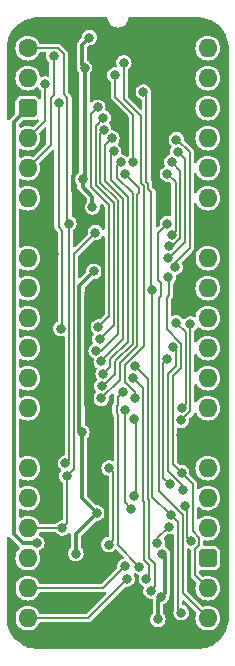
<source format=gbl>
%TF.GenerationSoftware,KiCad,Pcbnew,8.0.4*%
%TF.CreationDate,2024-08-14T12:54:00+02:00*%
%TF.ProjectId,Video Counter 12bit,56696465-6f20-4436-9f75-6e7465722031,rev?*%
%TF.SameCoordinates,PX54c81a0PY37b6b20*%
%TF.FileFunction,Copper,L2,Bot*%
%TF.FilePolarity,Positive*%
%FSLAX46Y46*%
G04 Gerber Fmt 4.6, Leading zero omitted, Abs format (unit mm)*
G04 Created by KiCad (PCBNEW 8.0.4) date 2024-08-14 12:54:00*
%MOMM*%
%LPD*%
G01*
G04 APERTURE LIST*
G04 Aperture macros list*
%AMRoundRect*
0 Rectangle with rounded corners*
0 $1 Rounding radius*
0 $2 $3 $4 $5 $6 $7 $8 $9 X,Y pos of 4 corners*
0 Add a 4 corners polygon primitive as box body*
4,1,4,$2,$3,$4,$5,$6,$7,$8,$9,$2,$3,0*
0 Add four circle primitives for the rounded corners*
1,1,$1+$1,$2,$3*
1,1,$1+$1,$4,$5*
1,1,$1+$1,$6,$7*
1,1,$1+$1,$8,$9*
0 Add four rect primitives between the rounded corners*
20,1,$1+$1,$2,$3,$4,$5,0*
20,1,$1+$1,$4,$5,$6,$7,0*
20,1,$1+$1,$6,$7,$8,$9,0*
20,1,$1+$1,$8,$9,$2,$3,0*%
G04 Aperture macros list end*
%TA.AperFunction,ComponentPad*%
%ADD10C,1.600000*%
%TD*%
%TA.AperFunction,ComponentPad*%
%ADD11O,1.600000X1.600000*%
%TD*%
%TA.AperFunction,ComponentPad*%
%ADD12RoundRect,0.400000X-0.400000X-0.400000X0.400000X-0.400000X0.400000X0.400000X-0.400000X0.400000X0*%
%TD*%
%TA.AperFunction,ComponentPad*%
%ADD13R,1.600000X1.600000*%
%TD*%
%TA.AperFunction,ViaPad*%
%ADD14C,0.800000*%
%TD*%
%TA.AperFunction,Conductor*%
%ADD15C,0.200000*%
%TD*%
%TA.AperFunction,Conductor*%
%ADD16C,0.380000*%
%TD*%
G04 APERTURE END LIST*
D10*
%TO.P,J3,1,Pin_1*%
%TO.N,/~{Reset}*%
X0Y0D03*
D11*
%TO.P,J3,2,Pin_2*%
%TO.N,/~{Load}*%
X0Y-2540000D03*
D12*
%TO.P,J3,3,Pin_3*%
%TO.N,/5V*%
X0Y-5080000D03*
D11*
%TO.P,J3,4,Pin_4*%
%TO.N,/Read Row Position High*%
X0Y-7620000D03*
%TO.P,J3,5,Pin_5*%
%TO.N,/Read Row Position Low*%
X0Y-10160000D03*
%TO.P,J3,6,Pin_6*%
%TO.N,/D7*%
X0Y-12700000D03*
D13*
%TO.P,J3,7,Pin_7*%
%TO.N,/GND*%
X0Y-15240000D03*
D11*
%TO.P,J3,8,Pin_8*%
%TO.N,/D6*%
X0Y-17780000D03*
%TO.P,J3,9,Pin_9*%
%TO.N,/D5*%
X0Y-20320000D03*
%TO.P,J3,10,Pin_10*%
%TO.N,/D4*%
X0Y-22860000D03*
%TO.P,J3,11,Pin_11*%
%TO.N,/D3*%
X0Y-25400000D03*
%TO.P,J3,12,Pin_12*%
%TO.N,/D2*%
X0Y-27940000D03*
%TO.P,J3,13,Pin_13*%
%TO.N,/D1*%
X0Y-30480000D03*
D13*
%TO.P,J3,14,Pin_14*%
%TO.N,/GND*%
X0Y-33020000D03*
D11*
%TO.P,J3,15,Pin_15*%
%TO.N,/D0*%
X0Y-35560000D03*
%TO.P,J3,16,Pin_16*%
%TO.N,unconnected-(J3-Pin_16-Pad16)*%
X0Y-38100000D03*
%TO.P,J3,17,Pin_17*%
%TO.N,/CLK*%
X0Y-40640000D03*
%TO.P,J3,18,Pin_18*%
%TO.N,unconnected-(J3-Pin_18-Pad18)*%
X0Y-43180000D03*
%TO.P,J3,19,Pin_19*%
%TO.N,/IR0*%
X0Y-45720000D03*
%TO.P,J3,20,Pin_20*%
%TO.N,/IR1*%
X0Y-48260000D03*
%TO.P,J3,21,Pin_21*%
%TO.N,/TC_{8..11}*%
X15240000Y-48260000D03*
%TO.P,J3,22,Pin_22*%
%TO.N,/TC_{4..7}*%
X15240000Y-45720000D03*
D12*
%TO.P,J3,23,Pin_23*%
%TO.N,/5V*%
X15240000Y-43180000D03*
D11*
%TO.P,J3,24,Pin_24*%
%TO.N,/TC_{0..3}*%
X15240000Y-40640000D03*
%TO.P,J3,25,Pin_25*%
%TO.N,/R0*%
X15240000Y-38100000D03*
%TO.P,J3,26,Pin_26*%
%TO.N,/R1*%
X15240000Y-35560000D03*
D13*
%TO.P,J3,27,Pin_27*%
%TO.N,/GND*%
X15240000Y-33020000D03*
D11*
%TO.P,J3,28,Pin_28*%
%TO.N,/R2*%
X15240000Y-30480000D03*
%TO.P,J3,29,Pin_29*%
%TO.N,/R3*%
X15240000Y-27940000D03*
%TO.P,J3,30,Pin_30*%
%TO.N,/R4*%
X15240000Y-25400000D03*
%TO.P,J3,31,Pin_31*%
%TO.N,/R5*%
X15240000Y-22860000D03*
%TO.P,J3,32,Pin_32*%
%TO.N,/R6*%
X15240000Y-20320000D03*
%TO.P,J3,33,Pin_33*%
%TO.N,/R7*%
X15240000Y-17780000D03*
D13*
%TO.P,J3,34,Pin_34*%
%TO.N,/GND*%
X15240000Y-15240000D03*
D11*
%TO.P,J3,35,Pin_35*%
%TO.N,/R8*%
X15240000Y-12700000D03*
%TO.P,J3,36,Pin_36*%
%TO.N,/R9*%
X15240000Y-10160000D03*
%TO.P,J3,37,Pin_37*%
%TO.N,/R10*%
X15240000Y-7620000D03*
%TO.P,J3,38,Pin_38*%
%TO.N,/R11*%
X15240000Y-5080000D03*
%TO.P,J3,39,Pin_39*%
%TO.N,unconnected-(J3-Pin_39-Pad39)*%
X15240000Y-2540000D03*
%TO.P,J3,40,Pin_40*%
%TO.N,/~{CLK}*%
X15240000Y0D03*
%TD*%
D14*
%TO.N,/GND*%
X3810000Y-44069000D03*
X6350000Y-41021000D03*
X5842000Y-17526000D03*
X5207000Y-20701000D03*
X3937000Y-3175000D03*
X11008717Y-11664114D03*
%TO.N,/5V*%
X762000Y-41910000D03*
%TO.N,/GND*%
X2200004Y-17410117D03*
X12573000Y-21590000D03*
X11684001Y-4952999D03*
X2794000Y1016004D03*
X12700000Y-49403000D03*
X10922000Y-2794000D03*
X10756500Y1143000D03*
X4445000Y-12700000D03*
X5842000Y-31115000D03*
X9994500Y-49276000D03*
X12968000Y-32765018D03*
X7112000Y-49276000D03*
X2568830Y-33981120D03*
X1905000Y-39497000D03*
X2059982Y-42824452D03*
X5969000Y-36703000D03*
X9017000Y-45847000D03*
X6102426Y-33979636D03*
X15875000Y-39370000D03*
%TO.N,/3.3V*%
X4064000Y-42798988D03*
X4634000Y-11118209D03*
X11396108Y-42838736D03*
X4586933Y-32517976D03*
X5207000Y889000D03*
X11020376Y-48362716D03*
X11289961Y-46454000D03*
X4801002Y-1676036D03*
X5855616Y-39357126D03*
X5476365Y-13470865D03*
X5589529Y-18897000D03*
%TO.N,/D0*%
X6219417Y-29664100D03*
X8244939Y-10668000D03*
%TO.N,/D1*%
X6270795Y-28615356D03*
X7874000Y-9651994D03*
%TO.N,/D2*%
X6370100Y-27570060D03*
X7263387Y-8735477D03*
%TO.N,/D3*%
X7122941Y-7631606D03*
X6209237Y-26532453D03*
%TO.N,/D5*%
X6434488Y-6906322D03*
X5793000Y-25622751D03*
%TO.N,/D6*%
X6387996Y-5907400D03*
X6104620Y-24620056D03*
%TO.N,/D7*%
X5927107Y-5019940D03*
X5969000Y-23622000D03*
%TO.N,/~{Reset}*%
X3474998Y-14859000D03*
X3175000Y-35155267D03*
X6854000Y-42037000D03*
X6880390Y-35563954D03*
%TO.N,/R3*%
X10423009Y-45955603D03*
X9085213Y-26956737D03*
%TO.N,/R2*%
X8890000Y-27940000D03*
X10033001Y-44957998D03*
%TO.N,/R1*%
X8066324Y-29118626D03*
X9445682Y-43894318D03*
%TO.N,/R0*%
X10968034Y-41910000D03*
X11936718Y-40521284D03*
%TO.N,/TC_{0..3}*%
X13270000Y-38733637D03*
X13798949Y-41744534D03*
%TO.N,/R7*%
X12542853Y-23253920D03*
X13016000Y-30471997D03*
X8271915Y-30620514D03*
X8763000Y-38989000D03*
%TO.N,/R6*%
X9003000Y-37938891D03*
X13754475Y-23368000D03*
X9003000Y-31374185D03*
X13004000Y-31513139D03*
%TO.N,/R5*%
X12254475Y-25311475D03*
X13157525Y-37388475D03*
%TO.N,/R4*%
X11998781Y-36892000D03*
X11816000Y-26289000D03*
%TO.N,/TC_{4..7}*%
X11907117Y-19411795D03*
X13026779Y-35940097D03*
%TO.N,/R11*%
X12473667Y-18543280D03*
X12573000Y-7747000D03*
%TO.N,/R10*%
X12700000Y-8763000D03*
X11853032Y-17759177D03*
%TO.N,/R9*%
X11993139Y-16769038D03*
X12192000Y-9652000D03*
%TO.N,/R8*%
X12183017Y-15787228D03*
X11811000Y-10668000D03*
%TO.N,/IR0*%
X8220960Y-43858582D03*
%TO.N,/Read Row Position Low*%
X2187561Y-700000D03*
%TO.N,/Clock Read Row Position*%
X2627401Y-4648508D03*
X2775000Y-23745000D03*
%TO.N,/Read Row Position High*%
X1478554Y-3028604D03*
%TO.N,/~{Read Row Position High}*%
X7378000Y-2286000D03*
X8889984Y-9652000D03*
%TO.N,/~{Read Row Position Low}*%
X8125871Y-1241821D03*
X9041000Y-29666736D03*
%TO.N,/TC_{8..11}*%
X11811000Y-14859000D03*
%TO.N,/IR1*%
X8406782Y-44958000D03*
%TO.N,/~{Load}*%
X12980285Y-47804055D03*
X10553000Y-20447000D03*
X9779000Y-3724224D03*
X12089480Y-39533018D03*
%TO.N,/CLK*%
X3314919Y-36225147D03*
X5715000Y-15620994D03*
X2921006Y-40640000D03*
%TD*%
D15*
%TO.N,/TC_{8..11}*%
X11068000Y-37521587D02*
X13098949Y-39552536D01*
X11303000Y-20962000D02*
X11068000Y-21197000D01*
X11303000Y-19868339D02*
X11303000Y-20962000D01*
X11068000Y-21197000D02*
X11068000Y-37521587D01*
X13098949Y-39552536D02*
X13098949Y-46118949D01*
X11049000Y-19614339D02*
X11303000Y-19868339D01*
X11049000Y-15621000D02*
X11049000Y-19614339D01*
X11811000Y-14859000D02*
X11049000Y-15621000D01*
X13098949Y-46118949D02*
X15240000Y-48260000D01*
%TO.N,/~{Load}*%
X12089480Y-39533018D02*
X10553000Y-37996538D01*
%TO.N,/R1*%
X7639000Y-31048260D02*
X7639000Y-42087636D01*
X7639000Y-42087636D02*
X9445682Y-43894318D01*
X7521915Y-30931175D02*
X7639000Y-31048260D01*
X7639000Y-30192768D02*
X7521915Y-30309853D01*
X7639000Y-29545950D02*
X7639000Y-30192768D01*
X7521915Y-30309853D02*
X7521915Y-30931175D01*
X8066324Y-29118626D02*
X7639000Y-29545950D01*
%TO.N,/R7*%
X8190000Y-30702429D02*
X8271915Y-30620514D01*
X8190000Y-38416000D02*
X8190000Y-30702429D01*
%TO.N,/R6*%
X9003000Y-37938891D02*
X9168000Y-37773891D01*
%TO.N,/R2*%
X9753000Y-28803000D02*
X8890000Y-27940000D01*
X9753000Y-38327910D02*
X9753000Y-28803000D01*
X9868000Y-38442910D02*
X9753000Y-38327910D01*
X10033001Y-44957998D02*
X10287000Y-44703999D01*
%TO.N,/R3*%
X10153000Y-28024524D02*
X9085213Y-26956737D01*
%TO.N,/R2*%
X10287000Y-44703999D02*
X10287000Y-43745686D01*
%TO.N,/R3*%
X10268000Y-38277224D02*
X10153000Y-38162224D01*
%TO.N,/R6*%
X9168000Y-37773891D02*
X9168000Y-31539185D01*
%TO.N,/R3*%
X10268000Y-43161000D02*
X10268000Y-38277224D01*
X10795000Y-43688000D02*
X10268000Y-43161000D01*
%TO.N,/R2*%
X10287000Y-43745686D02*
X9868000Y-43326686D01*
%TO.N,/R3*%
X10423009Y-45955603D02*
X10795000Y-45583612D01*
X10153000Y-38162224D02*
X10153000Y-28024524D01*
X10795000Y-45583612D02*
X10795000Y-43688000D01*
%TO.N,/R2*%
X9868000Y-43326686D02*
X9868000Y-38442910D01*
%TO.N,/R7*%
X8763000Y-38989000D02*
X8190000Y-38416000D01*
%TO.N,/~{Load}*%
X10553000Y-37996538D02*
X10553000Y-20447000D01*
%TO.N,/R6*%
X9168000Y-31539185D02*
X9003000Y-31374185D01*
%TO.N,/~{Load}*%
X10471000Y-20365000D02*
X10553000Y-20447000D01*
X10471000Y-12186953D02*
X10471000Y-20365000D01*
X10198000Y-11913953D02*
X10471000Y-12186953D01*
X10045000Y-11336689D02*
X10198000Y-11489689D01*
X10045000Y-3990224D02*
X10045000Y-11336689D01*
X9779000Y-3724224D02*
X10045000Y-3990224D01*
X10198000Y-11489689D02*
X10198000Y-11913953D01*
%TO.N,/~{Read Row Position Low}*%
X9590000Y-5780000D02*
X8125871Y-4315871D01*
X8125871Y-4315871D02*
X8125871Y-1241821D01*
X9798000Y-11655375D02*
X9590000Y-11447375D01*
X9590000Y-11447375D02*
X9590000Y-5780000D01*
X9798000Y-25254001D02*
X9798000Y-11655375D01*
X9041000Y-29103352D02*
X8190000Y-28252352D01*
X8190000Y-26862001D02*
X9798000Y-25254001D01*
X9041000Y-29666736D02*
X9041000Y-29103352D01*
X8190000Y-28252352D02*
X8190000Y-26862001D01*
%TO.N,/D0*%
X9271000Y-25215314D02*
X7790000Y-26696314D01*
X7790000Y-26696314D02*
X7790000Y-28093517D01*
%TO.N,/D7*%
X6871000Y-13290036D02*
X6871000Y-22720000D01*
%TO.N,/D6*%
X7131000Y-12981746D02*
X7131000Y-12984350D01*
%TO.N,/D7*%
X5927107Y-5019940D02*
X5334000Y-5613047D01*
%TO.N,/D6*%
X5734000Y-6561396D02*
X5734000Y-11584746D01*
%TO.N,/D5*%
X6218069Y-25622751D02*
X5793000Y-25622751D01*
X7671000Y-24169820D02*
X6218069Y-25622751D01*
%TO.N,/D0*%
X8244939Y-10668000D02*
X9398000Y-11821061D01*
%TO.N,/D5*%
X7671000Y-12958664D02*
X7671000Y-24169820D01*
X7531000Y-12818664D02*
X7671000Y-12958664D01*
X6134000Y-11419060D02*
X7531000Y-12816060D01*
%TO.N,/D6*%
X7271000Y-13124350D02*
X7271000Y-23453676D01*
%TO.N,/D5*%
X6434488Y-6906322D02*
X6134000Y-7206810D01*
X7531000Y-12816060D02*
X7531000Y-12818664D01*
%TO.N,/D3*%
X8071000Y-24670690D02*
X6209237Y-26532453D01*
X8001000Y-12722978D02*
X8071000Y-12792978D01*
X6534000Y-11253374D02*
X8001000Y-12720374D01*
%TO.N,/D0*%
X7790000Y-28093517D02*
X6219417Y-29664100D01*
%TO.N,/D6*%
X7271000Y-23453676D02*
X6104620Y-24620056D01*
%TO.N,/D3*%
X6534000Y-8220547D02*
X6534000Y-11253374D01*
%TO.N,/D2*%
X6990000Y-26364945D02*
X6959237Y-26395708D01*
%TO.N,/D0*%
X9398000Y-11821061D02*
X9398000Y-12245325D01*
%TO.N,/D3*%
X7122941Y-7631606D02*
X6534000Y-8220547D01*
%TO.N,/D2*%
X6990000Y-26364942D02*
X6990000Y-26364945D01*
X8471000Y-24883942D02*
X6990000Y-26364942D01*
X8471000Y-12624687D02*
X8471000Y-24883942D01*
%TO.N,/D0*%
X9398000Y-12245325D02*
X9271000Y-12372325D01*
%TO.N,/D2*%
X7027000Y-8971864D02*
X7027000Y-11180687D01*
%TO.N,/D5*%
X6134000Y-7206810D02*
X6134000Y-11419060D01*
%TO.N,/D2*%
X7263387Y-8735477D02*
X7027000Y-8971864D01*
%TO.N,/D1*%
X7390000Y-27610821D02*
X6385465Y-28615356D01*
%TO.N,/D0*%
X9271000Y-12372325D02*
X9271000Y-25215314D01*
%TO.N,/D2*%
X7027000Y-11180687D02*
X8471000Y-12624687D01*
%TO.N,/D1*%
X8871000Y-25049628D02*
X7390000Y-26530628D01*
%TO.N,/D7*%
X6871000Y-22720000D02*
X5969000Y-23622000D01*
%TO.N,/D1*%
X8871000Y-12284011D02*
X8871000Y-25049628D01*
%TO.N,/D6*%
X7131000Y-12984350D02*
X7271000Y-13124350D01*
%TO.N,/D1*%
X7544939Y-10957950D02*
X8871000Y-12284011D01*
%TO.N,/D7*%
X5334000Y-5613047D02*
X5334000Y-11753036D01*
%TO.N,/D1*%
X7874000Y-9651994D02*
X7544939Y-9981055D01*
X7544939Y-9981055D02*
X7544939Y-10957950D01*
%TO.N,/D3*%
X8001000Y-12720374D02*
X8001000Y-12722978D01*
%TO.N,/D2*%
X6959237Y-26980923D02*
X6370100Y-27570060D01*
X6959237Y-26395708D02*
X6959237Y-26980923D01*
%TO.N,/D3*%
X8071000Y-12792978D02*
X8071000Y-24670690D01*
%TO.N,/D1*%
X7390000Y-26530628D02*
X7390000Y-27610821D01*
X6385465Y-28615356D02*
X6270795Y-28615356D01*
%TO.N,/D6*%
X6387996Y-5907400D02*
X5734000Y-6561396D01*
X5734000Y-11584746D02*
X7131000Y-12981746D01*
%TO.N,/D7*%
X5334000Y-11753036D02*
X6871000Y-13290036D01*
D16*
%TO.N,/GND*%
X6379529Y-19528471D02*
X5207000Y-20701000D01*
X5842000Y-17526000D02*
X6379529Y-18063529D01*
X6379529Y-18063529D02*
X6379529Y-19528471D01*
D15*
%TO.N,/TC_{4..7}*%
X11971000Y-19475678D02*
X11907117Y-19411795D01*
X11971000Y-20923347D02*
X11971000Y-19475678D01*
X11746000Y-21148346D02*
X11971000Y-20923347D01*
X11746000Y-23813050D02*
X11746000Y-21148346D01*
X12954475Y-25021525D02*
X11746000Y-23813050D01*
X12954475Y-27050525D02*
X12954475Y-25021525D01*
X12268000Y-35181318D02*
X12268000Y-27737000D01*
X13026779Y-35940097D02*
X12268000Y-35181318D01*
D16*
%TO.N,/GND*%
X11684001Y-4952999D02*
X10795000Y-5842000D01*
X10795000Y-5842000D02*
X10795000Y-11450397D01*
D15*
%TO.N,/TC_{4..7}*%
X12268000Y-27737000D02*
X12954475Y-27050525D01*
D16*
%TO.N,/GND*%
X10795000Y-11450397D02*
X11008717Y-11664114D01*
X6645616Y-40725384D02*
X6350000Y-41021000D01*
X5969000Y-36703000D02*
X6645616Y-37379616D01*
X6645616Y-37379616D02*
X6645616Y-40725384D01*
D15*
%TO.N,/~{Reset}*%
X7239000Y-41652000D02*
X6854000Y-42037000D01*
X6880390Y-35563954D02*
X7239000Y-35922564D01*
X7239000Y-35922564D02*
X7239000Y-41652000D01*
D16*
%TO.N,/GND*%
X4953000Y-30226000D02*
X4953000Y-20955000D01*
X5842000Y-31115000D02*
X4953000Y-30226000D01*
X4953000Y-20955000D02*
X5207000Y-20701000D01*
%TO.N,/3.3V*%
X4373000Y-32304043D02*
X4586933Y-32517976D01*
X4373000Y-20113529D02*
X4373000Y-32304043D01*
X5589529Y-18897000D02*
X4373000Y-20113529D01*
D15*
%TO.N,/Read Row Position Low*%
X1927401Y-4197160D02*
X2187561Y-3937000D01*
X1927401Y-8232599D02*
X1927401Y-4197160D01*
X0Y-10160000D02*
X1927401Y-8232599D01*
X2187561Y-3937000D02*
X2187561Y-700000D01*
%TO.N,/~{Reset}*%
X3048000Y-3885000D02*
X3354000Y-4191000D01*
X3354000Y-14738002D02*
X3474998Y-14859000D01*
X3048000Y-477489D02*
X3048000Y-3885000D01*
X3354000Y-4191000D02*
X3354000Y-14738002D01*
X0Y0D02*
X2570511Y0D01*
X2570511Y0D02*
X3048000Y-477489D01*
D16*
%TO.N,/GND*%
X3937000Y-10697980D02*
X3937000Y-3175000D01*
X3937000Y-3175000D02*
X3937000Y-126996D01*
D15*
%TO.N,/~{Read Row Position High}*%
X7378000Y-4133686D02*
X7378000Y-2286000D01*
X8889984Y-9652000D02*
X8889984Y-5645670D01*
X8889984Y-5645670D02*
X7378000Y-4133686D01*
D16*
%TO.N,/3.3V*%
X11623000Y-46120961D02*
X11289961Y-46454000D01*
X11623000Y-43065628D02*
X11623000Y-46120961D01*
X11396108Y-42838736D02*
X11623000Y-43065628D01*
%TO.N,/GND*%
X9994500Y-48050250D02*
X9994500Y-49276000D01*
X9017000Y-47072750D02*
X9994500Y-48050250D01*
X9017000Y-45847000D02*
X9017000Y-47072750D01*
X969000Y-44370000D02*
X2059982Y-43279018D01*
X-1190000Y-45227085D02*
X-332915Y-44370000D01*
X-1190000Y-48848000D02*
X-1190000Y-45227085D01*
X-332915Y-44370000D02*
X969000Y-44370000D01*
X2059982Y-43279018D02*
X2059982Y-42824452D01*
X-588000Y-49450000D02*
X-1190000Y-48848000D01*
X6938000Y-49450000D02*
X-588000Y-49450000D01*
X7112000Y-49276000D02*
X6938000Y-49450000D01*
%TO.N,/5V*%
X-412915Y-41910000D02*
X762000Y-41910000D01*
X-1190000Y-41132915D02*
X-412915Y-41910000D01*
X0Y-5080000D02*
X-1190000Y-6270000D01*
X-1190000Y-6270000D02*
X-1190000Y-41132915D01*
%TO.N,/GND*%
X10922000Y-2794000D02*
X11684001Y-3556001D01*
X11684001Y-3556001D02*
X11684001Y-4952999D01*
X10121500Y-49403000D02*
X9994500Y-49276000D01*
X15746253Y-49450000D02*
X16430000Y-48766253D01*
X1651000Y-21463000D02*
X1651000Y-30511915D01*
X6102426Y-33979636D02*
X5842000Y-33719210D01*
X1651000Y-30511915D02*
X2568830Y-31429745D01*
X6102426Y-33979636D02*
X5969000Y-34113062D01*
X3937000Y-126996D02*
X2794000Y1016004D01*
X0Y-33020000D02*
X1607710Y-33020000D01*
X1905000Y-39497000D02*
X1905000Y-34644950D01*
X1180000Y-15240000D02*
X2200004Y-16260004D01*
X3844000Y-12099000D02*
X3844000Y-10790980D01*
X1607710Y-33020000D02*
X2568830Y-33981120D01*
X6223000Y1905000D02*
X3682996Y1905000D01*
X3682996Y1905000D02*
X2794000Y1016004D01*
X10922000Y-2794000D02*
X10922000Y977500D01*
X14050000Y-20113000D02*
X14050000Y-17287085D01*
X12573000Y-21590000D02*
X14050000Y-20113000D01*
X16430000Y-34210000D02*
X16430000Y-38815000D01*
X16430000Y-39925000D02*
X15875000Y-39370000D01*
X10756500Y1143000D02*
X6985000Y1143000D01*
X15240000Y-16097085D02*
X15240000Y-15240000D01*
X5842000Y-33719210D02*
X5842000Y-31115000D01*
X0Y-15240000D02*
X1180000Y-15240000D01*
X5969000Y-34113062D02*
X5969000Y-36703000D01*
X12700000Y-49403000D02*
X12747000Y-49450000D01*
X2200004Y-16260004D02*
X2200004Y-17410117D01*
X2568830Y-31429745D02*
X2568830Y-33981120D01*
X12700000Y-49403000D02*
X10121500Y-49403000D01*
X2200004Y-17410117D02*
X2200004Y-20913996D01*
X6985000Y1143000D02*
X6223000Y1905000D01*
X15240000Y-33020000D02*
X13222982Y-33020000D01*
X10922000Y977500D02*
X10756500Y1143000D01*
X16430000Y-38815000D02*
X15875000Y-39370000D01*
X13222982Y-33020000D02*
X12968000Y-32765018D01*
X15240000Y-33020000D02*
X16430000Y-34210000D01*
X1905000Y-34644950D02*
X2568830Y-33981120D01*
X4445000Y-12700000D02*
X3844000Y-12099000D01*
X3844000Y-10790980D02*
X3937000Y-10697980D01*
X12747000Y-49450000D02*
X15746253Y-49450000D01*
X14050000Y-17287085D02*
X15240000Y-16097085D01*
X2200004Y-20913996D02*
X1651000Y-21463000D01*
X16430000Y-48766253D02*
X16430000Y-39925000D01*
%TO.N,/3.3V*%
X4801002Y-10951207D02*
X4634000Y-11118209D01*
X5476365Y-13470865D02*
X5476365Y-12588365D01*
X4572000Y254000D02*
X4572000Y-1447034D01*
X5855616Y-39357126D02*
X4571994Y-38073504D01*
X4634000Y-11746000D02*
X4634000Y-11118209D01*
X4571994Y-32532915D02*
X4586933Y-32517976D01*
X11020376Y-48362716D02*
X11020376Y-46723585D01*
X4064000Y-41148742D02*
X5855616Y-39357126D01*
X4571994Y-38073504D02*
X4571994Y-32532915D01*
X11020376Y-46723585D02*
X11289961Y-46454000D01*
X4064000Y-42798988D02*
X4064000Y-41148742D01*
X4801002Y-1676036D02*
X4801002Y-10951207D01*
X4572000Y-1447034D02*
X4801002Y-1676036D01*
X5476365Y-12588365D02*
X4634000Y-11746000D01*
X5207000Y889000D02*
X4572000Y254000D01*
D15*
%TO.N,/~{Reset}*%
X3175000Y-35155267D02*
X3475000Y-34855267D01*
X3475000Y-14859002D02*
X3474998Y-14859000D01*
X3475000Y-34855267D02*
X3475000Y-14859002D01*
%TO.N,/R0*%
X10968034Y-41489968D02*
X11936718Y-40521284D01*
X10968034Y-41910000D02*
X10968034Y-41489968D01*
%TO.N,/TC_{0..3}*%
X13798949Y-41744534D02*
X13500000Y-41445585D01*
X13500000Y-38963637D02*
X13270000Y-38733637D01*
X13500000Y-41445585D02*
X13500000Y-38963637D01*
%TO.N,/R7*%
X13354475Y-24065542D02*
X12542853Y-23253920D01*
X13354475Y-30133522D02*
X13354475Y-24065542D01*
X13016000Y-30471997D02*
X13354475Y-30133522D01*
%TO.N,/R6*%
X13004000Y-31513139D02*
X13754475Y-30762664D01*
X13754475Y-30762664D02*
X13754475Y-23368000D01*
%TO.N,/R5*%
X12516000Y-26923314D02*
X12516000Y-25573000D01*
X13157525Y-37388475D02*
X13157525Y-37060794D01*
X11868000Y-27571314D02*
X12516000Y-26923314D01*
X11868000Y-35771269D02*
X11868000Y-27571314D01*
X12516000Y-25573000D02*
X12254475Y-25311475D01*
X13157525Y-37060794D02*
X11868000Y-35771269D01*
%TO.N,/R4*%
X11998781Y-36892000D02*
X11468000Y-36361219D01*
X11468000Y-36361219D02*
X11468000Y-26637000D01*
X11468000Y-26637000D02*
X11816000Y-26289000D01*
%TO.N,/TC_{4..7}*%
X13970000Y-40925635D02*
X13970000Y-36883318D01*
X14140000Y-42393433D02*
X14500000Y-42033433D01*
X14500000Y-42033433D02*
X14500000Y-41455635D01*
X14140000Y-44620000D02*
X14140000Y-42393433D01*
X15240000Y-45720000D02*
X14140000Y-44620000D01*
X13970000Y-36883318D02*
X13026779Y-35940097D01*
X14500000Y-41455635D02*
X13970000Y-40925635D01*
%TO.N,/R11*%
X12573000Y-7747000D02*
X12673950Y-7747000D01*
X12673950Y-7747000D02*
X13711000Y-8784050D01*
X13711000Y-8784050D02*
X13711000Y-16933120D01*
X12473667Y-18170453D02*
X12473667Y-18543280D01*
X13711000Y-16933120D02*
X12473667Y-18170453D01*
%TO.N,/R10*%
X11992950Y-17759177D02*
X11853032Y-17759177D01*
X13311002Y-16441125D02*
X11992950Y-17759177D01*
X13311002Y-9374002D02*
X13311002Y-16441125D01*
X12700000Y-8763000D02*
X13311002Y-9374002D01*
%TO.N,/R9*%
X12911000Y-10371000D02*
X12911000Y-16049195D01*
X12911000Y-16049195D02*
X12191157Y-16769038D01*
X12191157Y-16769038D02*
X11993139Y-16769038D01*
X12192000Y-9652000D02*
X12911000Y-10371000D01*
%TO.N,/R8*%
X12511000Y-11368000D02*
X12511000Y-15459245D01*
X11811000Y-10668000D02*
X12511000Y-11368000D01*
X12511000Y-15459245D02*
X12183017Y-15787228D01*
%TO.N,/IR0*%
X6359542Y-45720000D02*
X8220960Y-43858582D01*
X0Y-45720000D02*
X6359542Y-45720000D01*
%TO.N,/Clock Read Row Position*%
X2921000Y-15467950D02*
X2602000Y-15148950D01*
X2602000Y-15148950D02*
X2602000Y-4673909D01*
X2602000Y-4673909D02*
X2627401Y-4648508D01*
X2775000Y-23745000D02*
X2921000Y-23599000D01*
X2921000Y-23599000D02*
X2921000Y-15467950D01*
%TO.N,/Read Row Position High*%
X1478554Y-6141446D02*
X1478554Y-3028604D01*
X0Y-7620000D02*
X1478554Y-6141446D01*
%TO.N,/IR1*%
X5104782Y-48260000D02*
X8406782Y-44958000D01*
X0Y-48260000D02*
X5104782Y-48260000D01*
%TO.N,/~{Load}*%
X12698949Y-47522719D02*
X12698949Y-40142487D01*
X12980285Y-47804055D02*
X12698949Y-47522719D01*
X12698949Y-40142487D02*
X12089480Y-39533018D01*
%TO.N,/CLK*%
X3314919Y-36225147D02*
X3875000Y-35665066D01*
X3875000Y-17460994D02*
X5715000Y-15620994D01*
X3314919Y-40246087D02*
X2921006Y-40640000D01*
X3875000Y-35665066D02*
X3875000Y-17460994D01*
X0Y-40640000D02*
X2921006Y-40640000D01*
X3314919Y-36225147D02*
X3314919Y-40246087D01*
%TD*%
%TA.AperFunction,Conductor*%
%TO.N,/GND*%
G36*
X1501281Y-45369500D02*
G01*
X1078127Y-45369500D01*
X1011088Y-45349815D01*
X968769Y-45303954D01*
X949879Y-45268615D01*
X877685Y-45133550D01*
X825702Y-45070209D01*
X746410Y-44973589D01*
X586452Y-44842317D01*
X586453Y-44842317D01*
X586450Y-44842315D01*
X403954Y-44744768D01*
X205934Y-44684700D01*
X205932Y-44684699D01*
X205934Y-44684699D01*
X0Y-44664417D01*
X-205933Y-44684699D01*
X-403957Y-44744769D01*
X-514102Y-44803643D01*
X-586450Y-44842315D01*
X-586452Y-44842316D01*
X-586453Y-44842317D01*
X-746411Y-44973589D01*
X-877683Y-45133547D01*
X-975231Y-45316043D01*
X-1035301Y-45514067D01*
X-1055583Y-45720000D01*
X-1035301Y-45925932D01*
X-1035300Y-45925934D01*
X-975232Y-46123954D01*
X-877685Y-46306450D01*
X-877683Y-46306452D01*
X-746411Y-46466410D01*
X-649791Y-46545702D01*
X-586450Y-46597685D01*
X-403954Y-46695232D01*
X-205934Y-46755300D01*
X-205935Y-46755300D01*
X-187471Y-46757118D01*
X0Y-46775583D01*
X205934Y-46755300D01*
X403954Y-46695232D01*
X586450Y-46597685D01*
X746410Y-46466410D01*
X877685Y-46306450D01*
X968769Y-46136046D01*
X1017732Y-46086202D01*
X1078127Y-46070500D01*
X1500951Y-46070500D01*
X1500083Y-47909500D01*
X1078127Y-47909500D01*
X1011088Y-47889815D01*
X968769Y-47843954D01*
X949879Y-47808615D01*
X877685Y-47673550D01*
X825702Y-47610209D01*
X746410Y-47513589D01*
X586452Y-47382317D01*
X586453Y-47382317D01*
X586450Y-47382315D01*
X403954Y-47284768D01*
X205934Y-47224700D01*
X205932Y-47224699D01*
X205934Y-47224699D01*
X0Y-47204417D01*
X-205933Y-47224699D01*
X-403957Y-47284769D01*
X-514102Y-47343643D01*
X-586450Y-47382315D01*
X-586452Y-47382316D01*
X-586453Y-47382317D01*
X-746411Y-47513589D01*
X-877683Y-47673547D01*
X-975231Y-47856043D01*
X-1035301Y-48054067D01*
X-1055583Y-48260000D01*
X-1035301Y-48465932D01*
X-1035300Y-48465934D01*
X-975232Y-48663954D01*
X-877685Y-48846450D01*
X-877683Y-48846452D01*
X-746411Y-49006410D01*
X-649791Y-49085702D01*
X-586450Y-49137685D01*
X-403954Y-49235232D01*
X-205934Y-49295300D01*
X-205935Y-49295300D01*
X-187471Y-49297118D01*
X0Y-49315583D01*
X205934Y-49295300D01*
X403954Y-49235232D01*
X586450Y-49137685D01*
X746410Y-49006410D01*
X877685Y-48846450D01*
X968769Y-48676046D01*
X1017732Y-48626202D01*
X1078127Y-48610500D01*
X1499753Y-48610500D01*
X1498685Y-50873732D01*
X836631Y-50873732D01*
X834836Y-50873719D01*
X684366Y-50871540D01*
X671216Y-50870649D01*
X371589Y-50834272D01*
X356860Y-50831573D01*
X64673Y-50759558D01*
X50377Y-50755103D01*
X-230991Y-50648397D01*
X-244646Y-50642252D01*
X-511107Y-50502406D01*
X-523921Y-50494659D01*
X-771581Y-50323714D01*
X-783368Y-50314480D01*
X-1008619Y-50114929D01*
X-1019208Y-50104341D01*
X-1218759Y-49879097D01*
X-1227994Y-49867310D01*
X-1398953Y-49619635D01*
X-1406687Y-49606840D01*
X-1546542Y-49340372D01*
X-1552680Y-49326734D01*
X-1659396Y-49045350D01*
X-1663850Y-49031057D01*
X-1669925Y-49006410D01*
X-1735872Y-48738855D01*
X-1738565Y-48724155D01*
X-1774948Y-48424516D01*
X-1775838Y-48411347D01*
X-1777987Y-48260908D01*
X-1778000Y-48259137D01*
X-1778000Y-41458243D01*
X-1758315Y-41391204D01*
X-1705511Y-41345449D01*
X-1636353Y-41335505D01*
X-1572797Y-41364530D01*
X-1546615Y-41396241D01*
X-1542488Y-41403388D01*
X-1542486Y-41403390D01*
X-714560Y-42231316D01*
X-681075Y-42292639D01*
X-686059Y-42362331D01*
X-723574Y-42414849D01*
X-746412Y-42433592D01*
X-877683Y-42593546D01*
X-975231Y-42776043D01*
X-1035301Y-42974067D01*
X-1055583Y-43180000D01*
X-1035301Y-43385932D01*
X-1035300Y-43385934D01*
X-975232Y-43583954D01*
X-877685Y-43766450D01*
X-877683Y-43766452D01*
X-746411Y-43926410D01*
X-649791Y-44005702D01*
X-586450Y-44057685D01*
X-403954Y-44155232D01*
X-205934Y-44215300D01*
X-205935Y-44215300D01*
X-187471Y-44217118D01*
X0Y-44235583D01*
X205934Y-44215300D01*
X403954Y-44155232D01*
X586450Y-44057685D01*
X746410Y-43926410D01*
X877685Y-43766450D01*
X975232Y-43583954D01*
X1035300Y-43385934D01*
X1055583Y-43180000D01*
X1035300Y-42974066D01*
X975232Y-42776046D01*
X932345Y-42695811D01*
X918104Y-42627412D01*
X943103Y-42562168D01*
X988743Y-42528126D01*
X987723Y-42526182D01*
X994365Y-42522696D01*
X1134240Y-42449283D01*
X1252483Y-42344530D01*
X1342220Y-42214523D01*
X1398237Y-42066818D01*
X1417278Y-41910000D01*
X1398237Y-41753182D01*
X1342220Y-41605477D01*
X1252483Y-41475470D01*
X1134240Y-41370717D01*
X1134238Y-41370716D01*
X1134237Y-41370715D01*
X987724Y-41293818D01*
X988781Y-41291804D01*
X942026Y-41256397D01*
X917973Y-41190798D01*
X932346Y-41124187D01*
X968770Y-41056044D01*
X1017734Y-41006201D01*
X1078127Y-40990500D01*
X1503347Y-40990500D01*
X1501281Y-45369500D01*
G37*
%TD.AperFunction*%
%TA.AperFunction,Conductor*%
G36*
X1503678Y-40289500D02*
G01*
X1078127Y-40289500D01*
X1011088Y-40269815D01*
X968769Y-40223954D01*
X949879Y-40188615D01*
X877685Y-40053550D01*
X825702Y-39990209D01*
X746410Y-39893589D01*
X628677Y-39796969D01*
X586450Y-39762315D01*
X403954Y-39664768D01*
X205934Y-39604700D01*
X205932Y-39604699D01*
X205934Y-39604699D01*
X0Y-39584417D01*
X-205933Y-39604699D01*
X-403959Y-39664769D01*
X-567047Y-39751943D01*
X-635449Y-39766185D01*
X-700693Y-39741185D01*
X-742064Y-39684880D01*
X-749500Y-39642585D01*
X-749500Y-39097414D01*
X-729815Y-39030375D01*
X-677011Y-38984620D01*
X-607853Y-38974676D01*
X-567050Y-38988054D01*
X-403954Y-39075232D01*
X-205934Y-39135300D01*
X-205935Y-39135300D01*
X-187471Y-39137118D01*
X0Y-39155583D01*
X205934Y-39135300D01*
X403954Y-39075232D01*
X586450Y-38977685D01*
X746410Y-38846410D01*
X877685Y-38686450D01*
X975232Y-38503954D01*
X1035300Y-38305934D01*
X1055583Y-38100000D01*
X1035300Y-37894066D01*
X975232Y-37696046D01*
X877685Y-37513550D01*
X825702Y-37450209D01*
X746410Y-37353589D01*
X628677Y-37256969D01*
X586450Y-37222315D01*
X403954Y-37124768D01*
X205934Y-37064700D01*
X205932Y-37064699D01*
X205934Y-37064699D01*
X0Y-37044417D01*
X-205933Y-37064699D01*
X-403959Y-37124769D01*
X-567047Y-37211943D01*
X-635449Y-37226185D01*
X-700693Y-37201185D01*
X-742064Y-37144880D01*
X-749500Y-37102585D01*
X-749500Y-36557414D01*
X-729815Y-36490375D01*
X-677011Y-36444620D01*
X-607853Y-36434676D01*
X-567050Y-36448054D01*
X-403954Y-36535232D01*
X-205934Y-36595300D01*
X-205935Y-36595300D01*
X-187471Y-36597118D01*
X0Y-36615583D01*
X205934Y-36595300D01*
X403954Y-36535232D01*
X586450Y-36437685D01*
X746410Y-36306410D01*
X877685Y-36146450D01*
X975232Y-35963954D01*
X1035300Y-35765934D01*
X1055583Y-35560000D01*
X1035300Y-35354066D01*
X975232Y-35156046D01*
X877685Y-34973550D01*
X825702Y-34910209D01*
X746410Y-34813589D01*
X628677Y-34716969D01*
X586450Y-34682315D01*
X403954Y-34584768D01*
X205934Y-34524700D01*
X205932Y-34524699D01*
X205934Y-34524699D01*
X0Y-34504417D01*
X-205933Y-34524699D01*
X-403959Y-34584769D01*
X-567047Y-34671943D01*
X-635449Y-34686185D01*
X-700693Y-34661185D01*
X-742064Y-34604880D01*
X-749500Y-34562585D01*
X-749500Y-31477414D01*
X-729815Y-31410375D01*
X-677011Y-31364620D01*
X-607853Y-31354676D01*
X-567050Y-31368054D01*
X-403954Y-31455232D01*
X-205934Y-31515300D01*
X-205935Y-31515300D01*
X-187471Y-31517118D01*
X0Y-31535583D01*
X205934Y-31515300D01*
X403954Y-31455232D01*
X586450Y-31357685D01*
X746410Y-31226410D01*
X877685Y-31066450D01*
X975232Y-30883954D01*
X1035300Y-30685934D01*
X1055583Y-30480000D01*
X1035300Y-30274066D01*
X975232Y-30076046D01*
X877685Y-29893550D01*
X825702Y-29830209D01*
X746410Y-29733589D01*
X628677Y-29636969D01*
X586450Y-29602315D01*
X403954Y-29504768D01*
X205934Y-29444700D01*
X205932Y-29444699D01*
X205934Y-29444699D01*
X0Y-29424417D01*
X-205933Y-29444699D01*
X-403959Y-29504769D01*
X-567047Y-29591943D01*
X-635449Y-29606185D01*
X-700693Y-29581185D01*
X-742064Y-29524880D01*
X-749500Y-29482585D01*
X-749500Y-28937414D01*
X-729815Y-28870375D01*
X-677011Y-28824620D01*
X-607853Y-28814676D01*
X-567050Y-28828054D01*
X-403954Y-28915232D01*
X-205934Y-28975300D01*
X-205935Y-28975300D01*
X-187471Y-28977118D01*
X0Y-28995583D01*
X205934Y-28975300D01*
X403954Y-28915232D01*
X586450Y-28817685D01*
X746410Y-28686410D01*
X877685Y-28526450D01*
X975232Y-28343954D01*
X1035300Y-28145934D01*
X1055583Y-27940000D01*
X1035300Y-27734066D01*
X975232Y-27536046D01*
X877685Y-27353550D01*
X825702Y-27290209D01*
X746410Y-27193589D01*
X628677Y-27096969D01*
X586450Y-27062315D01*
X403954Y-26964768D01*
X205934Y-26904700D01*
X205932Y-26904699D01*
X205934Y-26904699D01*
X0Y-26884417D01*
X-205933Y-26904699D01*
X-403959Y-26964769D01*
X-567047Y-27051943D01*
X-635449Y-27066185D01*
X-700693Y-27041185D01*
X-742064Y-26984880D01*
X-749500Y-26942585D01*
X-749500Y-26397414D01*
X-729815Y-26330375D01*
X-677011Y-26284620D01*
X-607853Y-26274676D01*
X-567050Y-26288054D01*
X-403954Y-26375232D01*
X-205934Y-26435300D01*
X-205935Y-26435300D01*
X-187471Y-26437118D01*
X0Y-26455583D01*
X205934Y-26435300D01*
X403954Y-26375232D01*
X586450Y-26277685D01*
X746410Y-26146410D01*
X877685Y-25986450D01*
X975232Y-25803954D01*
X1035300Y-25605934D01*
X1055583Y-25400000D01*
X1035300Y-25194066D01*
X975232Y-24996046D01*
X877685Y-24813550D01*
X825702Y-24750209D01*
X746410Y-24653589D01*
X628677Y-24556969D01*
X586450Y-24522315D01*
X403954Y-24424768D01*
X205934Y-24364700D01*
X205932Y-24364699D01*
X205934Y-24364699D01*
X0Y-24344417D01*
X-205933Y-24364699D01*
X-403959Y-24424769D01*
X-567047Y-24511943D01*
X-635449Y-24526185D01*
X-700693Y-24501185D01*
X-742064Y-24444880D01*
X-749500Y-24402585D01*
X-749500Y-23857414D01*
X-729815Y-23790375D01*
X-677011Y-23744620D01*
X-607853Y-23734676D01*
X-567050Y-23748054D01*
X-403954Y-23835232D01*
X-205934Y-23895300D01*
X-205935Y-23895300D01*
X-187471Y-23897118D01*
X0Y-23915583D01*
X205934Y-23895300D01*
X403954Y-23835232D01*
X586450Y-23737685D01*
X746410Y-23606410D01*
X877685Y-23446450D01*
X975232Y-23263954D01*
X1035300Y-23065934D01*
X1055583Y-22860000D01*
X1035300Y-22654066D01*
X975232Y-22456046D01*
X877685Y-22273550D01*
X825702Y-22210209D01*
X746410Y-22113589D01*
X628677Y-22016969D01*
X586450Y-21982315D01*
X403954Y-21884768D01*
X205934Y-21824700D01*
X205932Y-21824699D01*
X205934Y-21824699D01*
X0Y-21804417D01*
X-205933Y-21824699D01*
X-403959Y-21884769D01*
X-567047Y-21971943D01*
X-635449Y-21986185D01*
X-700693Y-21961185D01*
X-742064Y-21904880D01*
X-749500Y-21862585D01*
X-749500Y-21317414D01*
X-729815Y-21250375D01*
X-677011Y-21204620D01*
X-607853Y-21194676D01*
X-567050Y-21208054D01*
X-403954Y-21295232D01*
X-205934Y-21355300D01*
X-205935Y-21355300D01*
X-187471Y-21357118D01*
X0Y-21375583D01*
X205934Y-21355300D01*
X403954Y-21295232D01*
X586450Y-21197685D01*
X746410Y-21066410D01*
X877685Y-20906450D01*
X975232Y-20723954D01*
X1035300Y-20525934D01*
X1055583Y-20320000D01*
X1035300Y-20114066D01*
X975232Y-19916046D01*
X877685Y-19733550D01*
X825702Y-19670209D01*
X746410Y-19573589D01*
X628677Y-19476969D01*
X586450Y-19442315D01*
X403954Y-19344768D01*
X205934Y-19284700D01*
X205932Y-19284699D01*
X205934Y-19284699D01*
X0Y-19264417D01*
X-205933Y-19284699D01*
X-403959Y-19344769D01*
X-567047Y-19431943D01*
X-635449Y-19446185D01*
X-700693Y-19421185D01*
X-742064Y-19364880D01*
X-749500Y-19322585D01*
X-749500Y-18777414D01*
X-729815Y-18710375D01*
X-677011Y-18664620D01*
X-607853Y-18654676D01*
X-567050Y-18668054D01*
X-403954Y-18755232D01*
X-205934Y-18815300D01*
X-205935Y-18815300D01*
X-187471Y-18817118D01*
X0Y-18835583D01*
X205934Y-18815300D01*
X403954Y-18755232D01*
X586450Y-18657685D01*
X746410Y-18526410D01*
X877685Y-18366450D01*
X975232Y-18183954D01*
X1035300Y-17985934D01*
X1055583Y-17780000D01*
X1035300Y-17574066D01*
X975232Y-17376046D01*
X877685Y-17193550D01*
X825702Y-17130209D01*
X746410Y-17033589D01*
X628677Y-16936969D01*
X586450Y-16902315D01*
X403954Y-16804768D01*
X205934Y-16744700D01*
X205932Y-16744699D01*
X205934Y-16744699D01*
X0Y-16724417D01*
X-205933Y-16744699D01*
X-403959Y-16804769D01*
X-567047Y-16891943D01*
X-635449Y-16906185D01*
X-700693Y-16881185D01*
X-742064Y-16824880D01*
X-749500Y-16782585D01*
X-749500Y-13697414D01*
X-729815Y-13630375D01*
X-677011Y-13584620D01*
X-607853Y-13574676D01*
X-567050Y-13588054D01*
X-403954Y-13675232D01*
X-205934Y-13735300D01*
X-205935Y-13735300D01*
X-187471Y-13737118D01*
X0Y-13755583D01*
X205934Y-13735300D01*
X403954Y-13675232D01*
X586450Y-13577685D01*
X746410Y-13446410D01*
X877685Y-13286450D01*
X975232Y-13103954D01*
X1035300Y-12905934D01*
X1055583Y-12700000D01*
X1035300Y-12494066D01*
X975232Y-12296046D01*
X877685Y-12113550D01*
X825702Y-12050209D01*
X746410Y-11953589D01*
X628677Y-11856969D01*
X586450Y-11822315D01*
X403954Y-11724768D01*
X205934Y-11664700D01*
X205932Y-11664699D01*
X205934Y-11664699D01*
X0Y-11644417D01*
X-205933Y-11664699D01*
X-403959Y-11724769D01*
X-567047Y-11811943D01*
X-635449Y-11826185D01*
X-700693Y-11801185D01*
X-742064Y-11744880D01*
X-749500Y-11702585D01*
X-749500Y-11157414D01*
X-729815Y-11090375D01*
X-677011Y-11044620D01*
X-607853Y-11034676D01*
X-567050Y-11048054D01*
X-403954Y-11135232D01*
X-205934Y-11195300D01*
X-205935Y-11195300D01*
X-187471Y-11197118D01*
X0Y-11215583D01*
X205934Y-11195300D01*
X403954Y-11135232D01*
X586450Y-11037685D01*
X746410Y-10906410D01*
X877685Y-10746450D01*
X975232Y-10563954D01*
X1035300Y-10365934D01*
X1055583Y-10160000D01*
X1035300Y-9954066D01*
X979210Y-9769163D01*
X978588Y-9699298D01*
X1010189Y-9645491D01*
X1518370Y-9137310D01*
X1503678Y-40289500D01*
G37*
%TD.AperFunction*%
%TA.AperFunction,Conductor*%
G36*
X1522847Y350500D02*
G01*
X1078127Y350500D01*
X1011088Y370185D01*
X968769Y416046D01*
X935191Y478864D01*
X877685Y586450D01*
X825702Y649791D01*
X746410Y746411D01*
X586452Y877683D01*
X586453Y877683D01*
X586450Y877685D01*
X403954Y975232D01*
X205934Y1035300D01*
X205932Y1035301D01*
X205934Y1035301D01*
X0Y1055583D01*
X-205933Y1035301D01*
X-403957Y975231D01*
X-514102Y916357D01*
X-586450Y877685D01*
X-586452Y877684D01*
X-586453Y877683D01*
X-746411Y746411D01*
X-877683Y586453D01*
X-975231Y403957D01*
X-1035301Y205933D01*
X-1055583Y0D01*
X-1035301Y-205932D01*
X-1035300Y-205934D01*
X-975232Y-403954D01*
X-877685Y-586450D01*
X-877683Y-586452D01*
X-746411Y-746410D01*
X-649791Y-825702D01*
X-586450Y-877685D01*
X-403954Y-975232D01*
X-205934Y-1035300D01*
X-205935Y-1035300D01*
X-187471Y-1037118D01*
X0Y-1055583D01*
X205934Y-1035300D01*
X403954Y-975232D01*
X586450Y-877685D01*
X746410Y-746410D01*
X877685Y-586450D01*
X968769Y-416046D01*
X1017732Y-366202D01*
X1078127Y-350500D01*
X1522517Y-350500D01*
X1521560Y-2378104D01*
X1399568Y-2378104D01*
X1246188Y-2415907D01*
X1246187Y-2415908D01*
X1216315Y-2431586D01*
X1147807Y-2445310D01*
X1082754Y-2419817D01*
X1041811Y-2363201D01*
X1036640Y-2340010D01*
X1036489Y-2340041D01*
X1035301Y-2334072D01*
X1035300Y-2334070D01*
X1035300Y-2334066D01*
X975232Y-2136046D01*
X877685Y-1953550D01*
X825702Y-1890209D01*
X746410Y-1793589D01*
X586452Y-1662317D01*
X586453Y-1662317D01*
X586450Y-1662315D01*
X403954Y-1564768D01*
X205934Y-1504700D01*
X205932Y-1504699D01*
X205934Y-1504699D01*
X0Y-1484417D01*
X-205933Y-1504699D01*
X-403957Y-1564769D01*
X-514102Y-1623643D01*
X-586450Y-1662315D01*
X-586452Y-1662316D01*
X-586453Y-1662317D01*
X-746411Y-1793589D01*
X-877683Y-1953547D01*
X-975231Y-2136043D01*
X-1035301Y-2334067D01*
X-1055583Y-2540000D01*
X-1035301Y-2745932D01*
X-1035300Y-2745934D01*
X-975232Y-2943954D01*
X-877685Y-3126450D01*
X-877683Y-3126452D01*
X-746411Y-3286410D01*
X-689485Y-3333127D01*
X-586450Y-3417685D01*
X-403954Y-3515232D01*
X-205934Y-3575300D01*
X-205935Y-3575300D01*
X-187471Y-3577118D01*
X0Y-3595583D01*
X205934Y-3575300D01*
X403954Y-3515232D01*
X586450Y-3417685D01*
X718644Y-3309196D01*
X782953Y-3281884D01*
X851820Y-3293675D01*
X899358Y-3334610D01*
X988071Y-3463135D01*
X1046876Y-3515230D01*
X1086280Y-3550139D01*
X1123407Y-3609327D01*
X1128054Y-3642954D01*
X1128054Y-4188745D01*
X1108369Y-4255784D01*
X1055565Y-4301539D01*
X986407Y-4311483D01*
X922851Y-4282458D01*
X916373Y-4276426D01*
X801870Y-4161923D01*
X801862Y-4161917D01*
X660396Y-4078255D01*
X660393Y-4078254D01*
X502573Y-4032402D01*
X502567Y-4032401D01*
X465701Y-4029500D01*
X465694Y-4029500D01*
X-465694Y-4029500D01*
X-465702Y-4029500D01*
X-502568Y-4032401D01*
X-502574Y-4032402D01*
X-660394Y-4078254D01*
X-660397Y-4078255D01*
X-801863Y-4161917D01*
X-801871Y-4161923D01*
X-918077Y-4278129D01*
X-918083Y-4278137D01*
X-1001745Y-4419603D01*
X-1001746Y-4419606D01*
X-1047598Y-4577426D01*
X-1047599Y-4577432D01*
X-1050500Y-4614298D01*
X-1050500Y-5456177D01*
X-1070185Y-5523216D01*
X-1086819Y-5543858D01*
X-1542486Y-5999524D01*
X-1542488Y-5999527D01*
X-1546614Y-6006674D01*
X-1597182Y-6054888D01*
X-1665790Y-6068109D01*
X-1730654Y-6042140D01*
X-1771181Y-5985225D01*
X-1778000Y-5944671D01*
X-1778000Y-900D01*
X-1777987Y897D01*
X-1775806Y151364D01*
X-1774915Y164513D01*
X-1738534Y464144D01*
X-1735836Y478864D01*
X-1709317Y586453D01*
X-1663814Y771063D01*
X-1659371Y785323D01*
X-1552651Y1066720D01*
X-1546507Y1080367D01*
X-1406655Y1346830D01*
X-1398930Y1359611D01*
X-1227959Y1607302D01*
X-1218743Y1619065D01*
X-1019173Y1844331D01*
X-1008610Y1854894D01*
X-783334Y2054469D01*
X-771578Y2063679D01*
X-523896Y2234639D01*
X-511097Y2242375D01*
X-244629Y2382226D01*
X-230982Y2388367D01*
X50397Y2495077D01*
X64670Y2499525D01*
X356880Y2571544D01*
X371578Y2574238D01*
X671234Y2610619D01*
X684344Y2611509D01*
X834957Y2613721D01*
X836551Y2613733D01*
X1523915Y2614021D01*
X1522847Y350500D01*
G37*
%TD.AperFunction*%
%TD*%
%TA.AperFunction,NonConductor*%
G36*
X884839Y-6033224D02*
G01*
X928602Y-6087690D01*
X935972Y-6157170D01*
X904609Y-6219605D01*
X901655Y-6222661D01*
X514508Y-6609808D01*
X453185Y-6643293D01*
X390833Y-6640788D01*
X205934Y-6584700D01*
X205932Y-6584699D01*
X205934Y-6584699D01*
X0Y-6564417D01*
X-205933Y-6584699D01*
X-403959Y-6644769D01*
X-567047Y-6731943D01*
X-635449Y-6746185D01*
X-700693Y-6721185D01*
X-742064Y-6664880D01*
X-749500Y-6622585D01*
X-749500Y-6503823D01*
X-729815Y-6436784D01*
X-713181Y-6416142D01*
X-463858Y-6166819D01*
X-402535Y-6133334D01*
X-376177Y-6130500D01*
X465686Y-6130500D01*
X465694Y-6130500D01*
X502569Y-6127598D01*
X502571Y-6127597D01*
X502573Y-6127597D01*
X660392Y-6081746D01*
X660392Y-6081745D01*
X660398Y-6081744D01*
X750857Y-6028246D01*
X818576Y-6011065D01*
X884839Y-6033224D01*
G37*
%TD.AperFunction*%
%TA.AperFunction,NonConductor*%
G36*
X1518839Y-8145477D02*
G01*
X514508Y-9149808D01*
X453185Y-9183293D01*
X390833Y-9180788D01*
X205934Y-9124700D01*
X205932Y-9124699D01*
X205934Y-9124699D01*
X0Y-9104417D01*
X-205933Y-9124699D01*
X-403959Y-9184769D01*
X-567047Y-9271943D01*
X-635449Y-9286185D01*
X-700693Y-9261185D01*
X-742064Y-9204880D01*
X-749500Y-9162585D01*
X-749500Y-8617414D01*
X-729815Y-8550375D01*
X-677011Y-8504620D01*
X-607853Y-8494676D01*
X-567050Y-8508054D01*
X-403954Y-8595232D01*
X-205934Y-8655300D01*
X-205935Y-8655300D01*
X-187471Y-8657118D01*
X0Y-8675583D01*
X205934Y-8655300D01*
X403954Y-8595232D01*
X586450Y-8497685D01*
X746410Y-8366410D01*
X877685Y-8206450D01*
X975232Y-8023954D01*
X1035300Y-7825934D01*
X1055583Y-7620000D01*
X1035300Y-7414066D01*
X979210Y-7229163D01*
X978588Y-7159298D01*
X1010189Y-7105491D01*
X1519569Y-6596111D01*
X1518839Y-8145477D01*
G37*
%TD.AperFunction*%
%TA.AperFunction,Conductor*%
%TO.N,/GND*%
G36*
X12300373Y-41146924D02*
G01*
X12341324Y-41203534D01*
X12348449Y-41244962D01*
X12348449Y-47568866D01*
X12348576Y-47569339D01*
X12348566Y-47569753D01*
X12349510Y-47576922D01*
X12348391Y-47577069D01*
X12346912Y-47639189D01*
X12344747Y-47645391D01*
X12344050Y-47647227D01*
X12344047Y-47647240D01*
X12325007Y-47804054D01*
X12325007Y-47804055D01*
X12344047Y-47960873D01*
X12400065Y-48108578D01*
X12489802Y-48238585D01*
X12608045Y-48343338D01*
X12608047Y-48343339D01*
X12747919Y-48416751D01*
X12901299Y-48454555D01*
X12901300Y-48454555D01*
X13059270Y-48454555D01*
X13212650Y-48416751D01*
X13352525Y-48343338D01*
X13470768Y-48238585D01*
X13560505Y-48108578D01*
X13616522Y-47960873D01*
X13635563Y-47804055D01*
X13616522Y-47647237D01*
X13616518Y-47647227D01*
X13586799Y-47568863D01*
X13560505Y-47499532D01*
X13470768Y-47369525D01*
X13352525Y-47264772D01*
X13352523Y-47264771D01*
X13352522Y-47264770D01*
X13212652Y-47191359D01*
X13143773Y-47174382D01*
X13083393Y-47139225D01*
X13051605Y-47077005D01*
X13049449Y-47053985D01*
X13049449Y-46864492D01*
X13069134Y-46797453D01*
X13121938Y-46751698D01*
X13191096Y-46741754D01*
X13254652Y-46770779D01*
X13261130Y-46776811D01*
X13716000Y-47231681D01*
X13716000Y-50873732D01*
X1498685Y-50873732D01*
X1499753Y-48610500D01*
X5150924Y-48610500D01*
X5150926Y-48610500D01*
X5240070Y-48586614D01*
X5319994Y-48540470D01*
X8217507Y-45642955D01*
X8278828Y-45609472D01*
X8320053Y-45610039D01*
X8320350Y-45607596D01*
X8327796Y-45608500D01*
X8327797Y-45608500D01*
X8485767Y-45608500D01*
X8639147Y-45570696D01*
X8675843Y-45551436D01*
X8779022Y-45497283D01*
X8897265Y-45392530D01*
X8987002Y-45262523D01*
X9043019Y-45114818D01*
X9062060Y-44958000D01*
X9043019Y-44801182D01*
X9043018Y-44801180D01*
X9021774Y-44745164D01*
X8987002Y-44653477D01*
X8985701Y-44651592D01*
X8985174Y-44649994D01*
X8983515Y-44646833D01*
X8984040Y-44646557D01*
X8963818Y-44585237D01*
X8981284Y-44517586D01*
X9032552Y-44470116D01*
X9101345Y-44457899D01*
X9145376Y-44471355D01*
X9213317Y-44507014D01*
X9280083Y-44523470D01*
X9347206Y-44540014D01*
X9407587Y-44575170D01*
X9439376Y-44637389D01*
X9433474Y-44704382D01*
X9396764Y-44801179D01*
X9377723Y-44957997D01*
X9377723Y-44957998D01*
X9396763Y-45114816D01*
X9452781Y-45262521D01*
X9542518Y-45392528D01*
X9660761Y-45497281D01*
X9763949Y-45551438D01*
X9814158Y-45600021D01*
X9830133Y-45668040D01*
X9822262Y-45705204D01*
X9786772Y-45798784D01*
X9767731Y-45955602D01*
X9767731Y-45955603D01*
X9786771Y-46112421D01*
X9827727Y-46220412D01*
X9842789Y-46260126D01*
X9932526Y-46390133D01*
X10050769Y-46494886D01*
X10050771Y-46494887D01*
X10190643Y-46568299D01*
X10344023Y-46606103D01*
X10455876Y-46606103D01*
X10522915Y-46625788D01*
X10568670Y-46678592D01*
X10579876Y-46730103D01*
X10579876Y-47828097D01*
X10560191Y-47895136D01*
X10538103Y-47920912D01*
X10529894Y-47928184D01*
X10440157Y-48058191D01*
X10440156Y-48058192D01*
X10384138Y-48205897D01*
X10365098Y-48362715D01*
X10365098Y-48362716D01*
X10384138Y-48519534D01*
X10440156Y-48667239D01*
X10529893Y-48797246D01*
X10648136Y-48901999D01*
X10648138Y-48902000D01*
X10788010Y-48975412D01*
X10941390Y-49013216D01*
X10941391Y-49013216D01*
X11099361Y-49013216D01*
X11252741Y-48975412D01*
X11392616Y-48901999D01*
X11510859Y-48797246D01*
X11600596Y-48667239D01*
X11656613Y-48519534D01*
X11675654Y-48362716D01*
X11656613Y-48205898D01*
X11600596Y-48058193D01*
X11510859Y-47928186D01*
X11510857Y-47928184D01*
X11502649Y-47920912D01*
X11465522Y-47861723D01*
X11460876Y-47828097D01*
X11460876Y-47173907D01*
X11480561Y-47106868D01*
X11527245Y-47064113D01*
X11662201Y-46993283D01*
X11780444Y-46888530D01*
X11870181Y-46758523D01*
X11926198Y-46610818D01*
X11944547Y-46459691D01*
X11970999Y-46398231D01*
X11970541Y-46397880D01*
X11971929Y-46396071D01*
X11972168Y-46395516D01*
X11973353Y-46394214D01*
X11975483Y-46391438D01*
X11975488Y-46391434D01*
X12033481Y-46290988D01*
X12063500Y-46178955D01*
X12063500Y-46062968D01*
X12063500Y-43007635D01*
X12047265Y-42947046D01*
X12043945Y-42900015D01*
X12051386Y-42838736D01*
X12032345Y-42681918D01*
X11976328Y-42534213D01*
X11886591Y-42404206D01*
X11768348Y-42299453D01*
X11768345Y-42299450D01*
X11655198Y-42240066D01*
X11604985Y-42191481D01*
X11589011Y-42123462D01*
X11596884Y-42086295D01*
X11604271Y-42066818D01*
X11623312Y-41910000D01*
X11619692Y-41880182D01*
X11604271Y-41753181D01*
X11583026Y-41697164D01*
X11548254Y-41605477D01*
X11525264Y-41572170D01*
X11503381Y-41505815D01*
X11520846Y-41438164D01*
X11539629Y-41414053D01*
X11747443Y-41206239D01*
X11808764Y-41172756D01*
X11849989Y-41173323D01*
X11850286Y-41170880D01*
X11857732Y-41171784D01*
X11857733Y-41171784D01*
X12015703Y-41171784D01*
X12169083Y-41133980D01*
X12176095Y-41131321D01*
X12176796Y-41133170D01*
X12235317Y-41121439D01*
X12300373Y-41146924D01*
G37*
%TD.AperFunction*%
%TA.AperFunction,Conductor*%
G36*
X6565259Y-46048120D02*
G01*
X6623122Y-46087282D01*
X6650627Y-46151510D01*
X6639041Y-46220412D01*
X6615185Y-46253913D01*
X4995919Y-47873181D01*
X4934596Y-47906666D01*
X4908238Y-47909500D01*
X1500083Y-47909500D01*
X1500951Y-46070500D01*
X6405682Y-46070500D01*
X6405686Y-46070500D01*
X6494830Y-46046614D01*
X6494835Y-46046610D01*
X6495409Y-46046457D01*
X6565259Y-46048120D01*
G37*
%TD.AperFunction*%
%TA.AperFunction,Conductor*%
G36*
X13603121Y-42366235D02*
G01*
X13716000Y-42394056D01*
X13716000Y-46240318D01*
X13485768Y-46010086D01*
X13452283Y-45948763D01*
X13449449Y-45922405D01*
X13449449Y-42486633D01*
X13469134Y-42419594D01*
X13521938Y-42373839D01*
X13591096Y-42363895D01*
X13603121Y-42366235D01*
G37*
%TD.AperFunction*%
%TA.AperFunction,Conductor*%
G36*
X6480746Y-15906085D02*
G01*
X6516563Y-15966076D01*
X6520500Y-15997072D01*
X6520500Y-22523455D01*
X6500815Y-22590494D01*
X6484181Y-22611136D01*
X6158274Y-22937042D01*
X6096951Y-22970527D01*
X6055721Y-22970004D01*
X6055430Y-22972404D01*
X6047985Y-22971500D01*
X5890015Y-22971500D01*
X5890014Y-22971500D01*
X5736634Y-23009303D01*
X5596762Y-23082715D01*
X5596760Y-23082717D01*
X5502547Y-23166182D01*
X5478516Y-23187471D01*
X5388781Y-23317475D01*
X5388780Y-23317476D01*
X5332762Y-23465181D01*
X5313722Y-23621999D01*
X5313722Y-23622000D01*
X5332762Y-23778818D01*
X5388780Y-23926523D01*
X5388781Y-23926524D01*
X5478516Y-24056529D01*
X5535699Y-24107188D01*
X5572826Y-24166378D01*
X5572058Y-24236243D01*
X5555523Y-24270443D01*
X5524400Y-24315532D01*
X5468382Y-24463237D01*
X5449342Y-24620055D01*
X5449342Y-24620056D01*
X5468382Y-24776874D01*
X5518496Y-24909011D01*
X5523863Y-24978674D01*
X5490716Y-25040180D01*
X5460180Y-25062778D01*
X5420762Y-25083465D01*
X5302516Y-25188222D01*
X5212781Y-25318226D01*
X5212780Y-25318227D01*
X5156762Y-25465932D01*
X5137722Y-25622750D01*
X5137722Y-25622751D01*
X5156762Y-25779569D01*
X5212780Y-25927274D01*
X5302517Y-26057281D01*
X5420760Y-26162034D01*
X5420762Y-26162035D01*
X5518017Y-26213079D01*
X5568229Y-26261663D01*
X5584204Y-26329682D01*
X5576334Y-26366844D01*
X5573000Y-26375633D01*
X5572999Y-26375638D01*
X5553959Y-26532452D01*
X5553959Y-26532453D01*
X5572999Y-26689271D01*
X5614963Y-26799918D01*
X5629017Y-26836976D01*
X5718754Y-26966983D01*
X5808541Y-27046527D01*
X5845668Y-27105716D01*
X5844900Y-27175581D01*
X5828365Y-27209781D01*
X5789880Y-27265536D01*
X5733862Y-27413241D01*
X5714822Y-27570059D01*
X5714822Y-27570060D01*
X5733862Y-27726878D01*
X5789880Y-27874583D01*
X5789881Y-27874584D01*
X5855016Y-27968950D01*
X5876899Y-28035305D01*
X5859433Y-28102957D01*
X5835193Y-28132205D01*
X5780313Y-28180824D01*
X5690576Y-28310831D01*
X5690575Y-28310832D01*
X5634557Y-28458537D01*
X5615517Y-28615355D01*
X5615517Y-28615356D01*
X5634557Y-28772174D01*
X5690575Y-28919879D01*
X5690576Y-28919880D01*
X5775374Y-29042733D01*
X5797257Y-29109088D01*
X5779791Y-29176740D01*
X5755553Y-29205987D01*
X5728934Y-29229569D01*
X5639198Y-29359575D01*
X5639197Y-29359576D01*
X5583179Y-29507281D01*
X5564139Y-29664099D01*
X5564139Y-29664100D01*
X5583179Y-29820918D01*
X5634065Y-29955092D01*
X5639197Y-29968623D01*
X5728934Y-30098630D01*
X5847177Y-30203383D01*
X5847179Y-30203384D01*
X5987051Y-30276796D01*
X6140431Y-30314600D01*
X6140432Y-30314600D01*
X6298402Y-30314600D01*
X6451782Y-30276796D01*
X6476717Y-30263709D01*
X6591657Y-30203383D01*
X6709900Y-30098630D01*
X6799637Y-29968623D01*
X6855654Y-29820918D01*
X6874695Y-29664100D01*
X6864691Y-29581717D01*
X6876151Y-29512796D01*
X6900103Y-29479094D01*
X7116091Y-29263106D01*
X7177412Y-29229623D01*
X7247104Y-29234607D01*
X7303037Y-29276479D01*
X7327454Y-29341943D01*
X7314250Y-29402635D01*
X7315497Y-29403152D01*
X7312636Y-29410058D01*
X7312602Y-29410216D01*
X7312484Y-29410425D01*
X7312386Y-29410662D01*
X7288500Y-29499806D01*
X7288500Y-29996224D01*
X7268815Y-30063263D01*
X7252181Y-30083905D01*
X7241446Y-30094639D01*
X7241444Y-30094641D01*
X7222169Y-30128029D01*
X7222168Y-30128030D01*
X7195302Y-30174562D01*
X7195301Y-30174565D01*
X7171415Y-30263709D01*
X7171415Y-30977319D01*
X7180232Y-31010226D01*
X7189050Y-31043134D01*
X7189050Y-31043135D01*
X7195299Y-31066459D01*
X7195300Y-31066461D01*
X7241442Y-31146383D01*
X7241446Y-31146388D01*
X7252181Y-31157123D01*
X7285666Y-31218446D01*
X7288500Y-31244804D01*
X7288500Y-34838374D01*
X7268815Y-34905413D01*
X7216011Y-34951168D01*
X7146853Y-34961112D01*
X7120293Y-34952527D01*
X7119767Y-34953917D01*
X7112755Y-34951257D01*
X6959376Y-34913454D01*
X6959375Y-34913454D01*
X6801405Y-34913454D01*
X6801404Y-34913454D01*
X6648024Y-34951257D01*
X6508152Y-35024669D01*
X6389906Y-35129425D01*
X6300171Y-35259429D01*
X6300170Y-35259430D01*
X6244152Y-35407135D01*
X6225112Y-35563953D01*
X6225112Y-35563954D01*
X6244152Y-35720772D01*
X6273869Y-35799127D01*
X6300170Y-35868477D01*
X6389907Y-35998484D01*
X6508150Y-36103237D01*
X6508152Y-36103238D01*
X6648024Y-36176650D01*
X6683989Y-36185514D01*
X6794176Y-36212672D01*
X6854555Y-36247826D01*
X6886344Y-36310045D01*
X6888500Y-36333068D01*
X6888500Y-41262866D01*
X6868815Y-41329905D01*
X6816011Y-41375660D01*
X6779445Y-41385962D01*
X6775014Y-41386499D01*
X6621634Y-41424303D01*
X6481762Y-41497715D01*
X6363516Y-41602471D01*
X6273781Y-41732475D01*
X6273780Y-41732476D01*
X6217762Y-41880181D01*
X6198722Y-42036999D01*
X6198722Y-42037000D01*
X6217762Y-42193818D01*
X6269944Y-42331408D01*
X6273780Y-42341523D01*
X6363517Y-42471530D01*
X6481760Y-42576283D01*
X6481762Y-42576284D01*
X6621634Y-42649696D01*
X6775014Y-42687500D01*
X6775015Y-42687500D01*
X6932985Y-42687500D01*
X7086365Y-42649696D01*
X7100706Y-42642169D01*
X7226240Y-42576283D01*
X7344483Y-42471530D01*
X7344483Y-42471528D01*
X7350097Y-42466556D01*
X7351357Y-42467978D01*
X7402154Y-42436113D01*
X7472020Y-42436877D01*
X7523466Y-42467784D01*
X8084218Y-43028536D01*
X8117703Y-43089859D01*
X8112719Y-43159551D01*
X8070847Y-43215484D01*
X8026213Y-43236614D01*
X7988592Y-43245886D01*
X7848722Y-43319297D01*
X7730476Y-43424053D01*
X7640741Y-43554057D01*
X7640740Y-43554058D01*
X7584723Y-43701763D01*
X7565682Y-43858582D01*
X7575684Y-43940963D01*
X7564223Y-44009886D01*
X7540269Y-44043589D01*
X6250679Y-45333181D01*
X6189356Y-45366666D01*
X6162998Y-45369500D01*
X1501281Y-45369500D01*
X1503347Y-40990500D01*
X2307442Y-40990500D01*
X2374481Y-41010185D01*
X2409492Y-41044061D01*
X2415871Y-41053303D01*
X2430521Y-41074528D01*
X2430522Y-41074529D01*
X2430523Y-41074530D01*
X2548766Y-41179283D01*
X2548768Y-41179284D01*
X2688640Y-41252696D01*
X2842020Y-41290500D01*
X2842021Y-41290500D01*
X2999991Y-41290500D01*
X3153371Y-41252696D01*
X3241882Y-41206241D01*
X3293246Y-41179283D01*
X3411489Y-41074530D01*
X3411489Y-41074528D01*
X3417103Y-41069556D01*
X3419305Y-41072042D01*
X3465840Y-41042836D01*
X3535706Y-41043584D01*
X3594077Y-41081985D01*
X3622420Y-41145847D01*
X3623500Y-41162180D01*
X3623500Y-42264369D01*
X3603815Y-42331408D01*
X3581727Y-42357184D01*
X3573518Y-42364456D01*
X3483781Y-42494463D01*
X3483780Y-42494464D01*
X3427762Y-42642169D01*
X3408722Y-42798987D01*
X3408722Y-42798988D01*
X3427762Y-42955806D01*
X3478602Y-43089859D01*
X3483780Y-43103511D01*
X3573517Y-43233518D01*
X3691760Y-43338271D01*
X3691762Y-43338272D01*
X3831634Y-43411684D01*
X3985014Y-43449488D01*
X3985015Y-43449488D01*
X4142985Y-43449488D01*
X4296365Y-43411684D01*
X4360507Y-43378019D01*
X4436240Y-43338271D01*
X4554483Y-43233518D01*
X4644220Y-43103511D01*
X4700237Y-42955806D01*
X4719278Y-42798988D01*
X4700237Y-42642170D01*
X4644220Y-42494465D01*
X4554483Y-42364458D01*
X4553314Y-42363422D01*
X4546273Y-42357184D01*
X4509146Y-42297995D01*
X4504500Y-42264369D01*
X4504500Y-41382565D01*
X4524185Y-41315526D01*
X4540819Y-41294884D01*
X5791758Y-40043945D01*
X5853081Y-40010460D01*
X5879439Y-40007626D01*
X5934601Y-40007626D01*
X6087981Y-39969822D01*
X6097439Y-39964858D01*
X6227856Y-39896409D01*
X6346099Y-39791656D01*
X6435836Y-39661649D01*
X6491853Y-39513944D01*
X6510894Y-39357126D01*
X6507694Y-39330767D01*
X6491853Y-39200307D01*
X6470608Y-39144290D01*
X6435836Y-39052603D01*
X6346099Y-38922596D01*
X6227856Y-38817843D01*
X6227854Y-38817842D01*
X6227853Y-38817841D01*
X6087981Y-38744429D01*
X5934602Y-38706626D01*
X5934601Y-38706626D01*
X5879439Y-38706626D01*
X5812400Y-38686941D01*
X5791758Y-38670307D01*
X5048813Y-37927362D01*
X5015328Y-37866039D01*
X5012494Y-37839681D01*
X5012494Y-33065829D01*
X5032179Y-32998790D01*
X5054264Y-32973016D01*
X5077416Y-32952506D01*
X5167153Y-32822499D01*
X5223170Y-32674794D01*
X5242211Y-32517976D01*
X5223170Y-32361158D01*
X5167153Y-32213453D01*
X5077416Y-32083446D01*
X4959173Y-31978693D01*
X4953271Y-31975595D01*
X4879873Y-31937072D01*
X4829661Y-31888487D01*
X4813500Y-31827276D01*
X4813500Y-20347352D01*
X4833185Y-20280313D01*
X4849819Y-20259671D01*
X5525671Y-19583819D01*
X5586994Y-19550334D01*
X5613352Y-19547500D01*
X5668514Y-19547500D01*
X5821894Y-19509696D01*
X5926322Y-19454887D01*
X5961769Y-19436283D01*
X6080012Y-19331530D01*
X6169749Y-19201523D01*
X6225766Y-19053818D01*
X6244807Y-18897000D01*
X6238834Y-18847803D01*
X6225766Y-18740181D01*
X6190896Y-18648238D01*
X6169749Y-18592477D01*
X6080012Y-18462470D01*
X5961769Y-18357717D01*
X5961767Y-18357716D01*
X5961766Y-18357715D01*
X5821894Y-18284303D01*
X5668515Y-18246500D01*
X5668514Y-18246500D01*
X5510544Y-18246500D01*
X5510543Y-18246500D01*
X5357163Y-18284303D01*
X5217291Y-18357715D01*
X5099045Y-18462471D01*
X5009310Y-18592475D01*
X5009309Y-18592476D01*
X4953292Y-18740180D01*
X4934942Y-18891305D01*
X4907320Y-18955483D01*
X4899527Y-18964039D01*
X4437181Y-19426386D01*
X4375858Y-19459871D01*
X4306167Y-19454887D01*
X4250233Y-19413016D01*
X4225816Y-19347551D01*
X4225500Y-19338705D01*
X4225500Y-17657537D01*
X4245185Y-17590498D01*
X4261814Y-17569861D01*
X5525725Y-16305949D01*
X5587046Y-16272466D01*
X5628271Y-16273033D01*
X5628568Y-16270590D01*
X5636014Y-16271494D01*
X5636015Y-16271494D01*
X5793985Y-16271494D01*
X5947365Y-16233690D01*
X5954862Y-16229755D01*
X6087240Y-16160277D01*
X6205483Y-16055524D01*
X6294450Y-15926631D01*
X6348732Y-15882642D01*
X6418181Y-15874982D01*
X6480746Y-15906085D01*
G37*
%TD.AperFunction*%
%TA.AperFunction,Conductor*%
G36*
X2170834Y-8587361D02*
G01*
X2226767Y-8629233D01*
X2251184Y-8694697D01*
X2251500Y-8703543D01*
X2251500Y-15195094D01*
X2266946Y-15252739D01*
X2266946Y-15252740D01*
X2275384Y-15284234D01*
X2275385Y-15284236D01*
X2321527Y-15364158D01*
X2321531Y-15364163D01*
X2534181Y-15576813D01*
X2567666Y-15638136D01*
X2570500Y-15664494D01*
X2570500Y-23042718D01*
X2550815Y-23109757D01*
X2504127Y-23152514D01*
X2402761Y-23205716D01*
X2402760Y-23205717D01*
X2286748Y-23308494D01*
X2284516Y-23310471D01*
X2194781Y-23440475D01*
X2194780Y-23440476D01*
X2138762Y-23588181D01*
X2119722Y-23744999D01*
X2119722Y-23745000D01*
X2138762Y-23901818D01*
X2185342Y-24024638D01*
X2194780Y-24049523D01*
X2284517Y-24179530D01*
X2402760Y-24284283D01*
X2402762Y-24284284D01*
X2542634Y-24357696D01*
X2696014Y-24395500D01*
X2696015Y-24395500D01*
X2853985Y-24395500D01*
X2970825Y-24366702D01*
X3040628Y-24369771D01*
X3097690Y-24410091D01*
X3123895Y-24474861D01*
X3124500Y-24487099D01*
X3124500Y-34400597D01*
X3104815Y-34467636D01*
X3052011Y-34513391D01*
X3030175Y-34520994D01*
X2942633Y-34542571D01*
X2802762Y-34615982D01*
X2684516Y-34720738D01*
X2594781Y-34850742D01*
X2594780Y-34850743D01*
X2538762Y-34998448D01*
X2519722Y-35155266D01*
X2519722Y-35155267D01*
X2538762Y-35312085D01*
X2594780Y-35459790D01*
X2594781Y-35459791D01*
X2684517Y-35589798D01*
X2775130Y-35670072D01*
X2812257Y-35729261D01*
X2811491Y-35799127D01*
X2794955Y-35833327D01*
X2734699Y-35920623D01*
X2678681Y-36068328D01*
X2659641Y-36225146D01*
X2659641Y-36225147D01*
X2678681Y-36381965D01*
X2716597Y-36481939D01*
X2734699Y-36529670D01*
X2739878Y-36537173D01*
X2824436Y-36659678D01*
X2833950Y-36668106D01*
X2922645Y-36746682D01*
X2959772Y-36805870D01*
X2964419Y-36839497D01*
X2964419Y-39865500D01*
X2944734Y-39932539D01*
X2891930Y-39978294D01*
X2849340Y-39987559D01*
X2849466Y-39988596D01*
X2842020Y-39989499D01*
X2688640Y-40027303D01*
X2548768Y-40100715D01*
X2430521Y-40205471D01*
X2409493Y-40235938D01*
X2355211Y-40279930D01*
X2307442Y-40289500D01*
X1503678Y-40289500D01*
X1518370Y-9137311D01*
X2039821Y-8615860D01*
X2101142Y-8582377D01*
X2170834Y-8587361D01*
G37*
%TD.AperFunction*%
%TA.AperFunction,Conductor*%
G36*
X13716000Y-36133636D02*
G01*
X13707468Y-36125104D01*
X13673983Y-36063781D01*
X13672053Y-36022481D01*
X13682057Y-35940097D01*
X13663016Y-35783279D01*
X13606999Y-35635574D01*
X13517262Y-35505567D01*
X13399019Y-35400814D01*
X13399017Y-35400813D01*
X13399016Y-35400812D01*
X13259144Y-35327400D01*
X13105765Y-35289597D01*
X13105764Y-35289597D01*
X12947794Y-35289597D01*
X12947792Y-35289597D01*
X12940351Y-35290501D01*
X12939963Y-35287306D01*
X12884441Y-35284573D01*
X12837503Y-35255139D01*
X12654819Y-35072455D01*
X12621334Y-35011132D01*
X12618500Y-34984774D01*
X12618500Y-32246365D01*
X12638185Y-32179326D01*
X12690989Y-32133571D01*
X12760147Y-32123627D01*
X12772173Y-32125967D01*
X12925015Y-32163639D01*
X13082985Y-32163639D01*
X13236365Y-32125835D01*
X13240572Y-32123627D01*
X13376240Y-32052422D01*
X13494483Y-31947669D01*
X13584220Y-31817662D01*
X13640237Y-31669957D01*
X13659278Y-31513139D01*
X13649274Y-31430756D01*
X13660734Y-31361835D01*
X13684683Y-31328136D01*
X13716000Y-31296820D01*
X13716000Y-36133636D01*
G37*
%TD.AperFunction*%
%TA.AperFunction,Conductor*%
G36*
X13716000Y-22717500D02*
G01*
X13675489Y-22717500D01*
X13522109Y-22755303D01*
X13382236Y-22828715D01*
X13382234Y-22828717D01*
X13274490Y-22924168D01*
X13211257Y-22953889D01*
X13141993Y-22944705D01*
X13090214Y-22901792D01*
X13076008Y-22881212D01*
X13033336Y-22819390D01*
X12915093Y-22714637D01*
X12915091Y-22714636D01*
X12915090Y-22714635D01*
X12775218Y-22641223D01*
X12621839Y-22603420D01*
X12621838Y-22603420D01*
X12463868Y-22603420D01*
X12463867Y-22603420D01*
X12310488Y-22641223D01*
X12278125Y-22658209D01*
X12209616Y-22671933D01*
X12144563Y-22646441D01*
X12103620Y-22589825D01*
X12096500Y-22548412D01*
X12096500Y-21344891D01*
X12116185Y-21277852D01*
X12132819Y-21257209D01*
X12251469Y-21138560D01*
X12297613Y-21058636D01*
X12297614Y-21058635D01*
X12321500Y-20969491D01*
X12321500Y-19969550D01*
X12341185Y-19902511D01*
X12363273Y-19876735D01*
X12397600Y-19846325D01*
X12487337Y-19716318D01*
X12543354Y-19568613D01*
X12562395Y-19411795D01*
X12549650Y-19306833D01*
X12561110Y-19237914D01*
X12608014Y-19186127D01*
X12643069Y-19171494D01*
X12706032Y-19155976D01*
X12845907Y-19082563D01*
X12964150Y-18977810D01*
X13053887Y-18847803D01*
X13109904Y-18700098D01*
X13128945Y-18543280D01*
X13109904Y-18386462D01*
X13099002Y-18357717D01*
X13076529Y-18298460D01*
X13053887Y-18238757D01*
X13050175Y-18233379D01*
X13028291Y-18167025D01*
X13045756Y-18099373D01*
X13064539Y-18075261D01*
X13716000Y-17423801D01*
X13716000Y-22717500D01*
G37*
%TD.AperFunction*%
%TA.AperFunction,Conductor*%
G36*
X11281261Y2615041D02*
G01*
X13716000Y2614022D01*
X13716000Y-8293368D01*
X13264597Y-7841965D01*
X13231112Y-7780642D01*
X13228278Y-7754284D01*
X13228278Y-7747000D01*
X13218460Y-7666144D01*
X13209237Y-7590182D01*
X13153220Y-7442477D01*
X13063483Y-7312470D01*
X12945240Y-7207717D01*
X12945238Y-7207716D01*
X12945237Y-7207715D01*
X12805365Y-7134303D01*
X12651986Y-7096500D01*
X12651985Y-7096500D01*
X12494015Y-7096500D01*
X12494014Y-7096500D01*
X12340634Y-7134303D01*
X12200762Y-7207715D01*
X12082516Y-7312471D01*
X11992781Y-7442475D01*
X11992780Y-7442476D01*
X11936762Y-7590181D01*
X11917722Y-7746999D01*
X11917722Y-7747000D01*
X11936762Y-7903818D01*
X11986913Y-8036054D01*
X11992780Y-8051523D01*
X12082517Y-8181530D01*
X12142036Y-8234259D01*
X12179162Y-8293447D01*
X12178395Y-8363313D01*
X12161859Y-8397513D01*
X12119783Y-8458470D01*
X12119780Y-8458476D01*
X12063762Y-8606181D01*
X12044722Y-8762999D01*
X12044722Y-8763000D01*
X12061582Y-8901859D01*
X12050121Y-8970782D01*
X12003217Y-9022568D01*
X11968164Y-9037201D01*
X11959635Y-9039303D01*
X11959634Y-9039303D01*
X11819762Y-9112715D01*
X11819760Y-9112717D01*
X11732691Y-9189853D01*
X11701516Y-9217471D01*
X11611781Y-9347475D01*
X11611780Y-9347476D01*
X11555762Y-9495181D01*
X11536722Y-9651999D01*
X11536722Y-9652000D01*
X11555763Y-9808818D01*
X11598566Y-9921682D01*
X11603933Y-9991346D01*
X11570785Y-10052852D01*
X11540251Y-10075449D01*
X11438761Y-10128716D01*
X11320516Y-10233471D01*
X11230781Y-10363475D01*
X11230780Y-10363476D01*
X11174762Y-10511181D01*
X11155722Y-10667999D01*
X11155722Y-10668000D01*
X11174762Y-10824818D01*
X11226497Y-10961230D01*
X11230780Y-10972523D01*
X11320517Y-11102530D01*
X11438760Y-11207283D01*
X11438762Y-11207284D01*
X11578634Y-11280696D01*
X11732014Y-11318500D01*
X11732015Y-11318500D01*
X11889986Y-11318500D01*
X11897431Y-11317596D01*
X11897837Y-11320941D01*
X11952459Y-11323221D01*
X12000275Y-11352957D01*
X12124181Y-11476863D01*
X12157666Y-11538186D01*
X12160500Y-11564544D01*
X12160500Y-14116901D01*
X12140815Y-14183940D01*
X12088011Y-14229695D01*
X12018853Y-14239639D01*
X12006825Y-14237298D01*
X11889985Y-14208500D01*
X11732015Y-14208500D01*
X11732014Y-14208500D01*
X11578634Y-14246303D01*
X11438762Y-14319715D01*
X11320516Y-14424471D01*
X11230781Y-14554475D01*
X11230780Y-14554476D01*
X11174763Y-14702181D01*
X11155722Y-14859000D01*
X11165724Y-14941381D01*
X11154263Y-15010304D01*
X11130309Y-15044007D01*
X11033180Y-15141136D01*
X10971859Y-15174621D01*
X10902167Y-15169637D01*
X10846233Y-15127766D01*
X10821816Y-15062302D01*
X10821500Y-15053455D01*
X10821500Y-12140811D01*
X10821500Y-12140809D01*
X10797614Y-12051665D01*
X10777295Y-12016472D01*
X10751473Y-11971747D01*
X10751470Y-11971744D01*
X10751469Y-11971741D01*
X10686212Y-11906484D01*
X10584818Y-11805089D01*
X10551334Y-11743765D01*
X10548500Y-11717408D01*
X10548500Y-11443547D01*
X10548500Y-11443545D01*
X10524614Y-11354401D01*
X10478470Y-11274477D01*
X10431819Y-11227826D01*
X10398334Y-11166503D01*
X10395500Y-11140145D01*
X10395500Y-3955807D01*
X10403558Y-3911836D01*
X10404053Y-3910531D01*
X10415237Y-3881042D01*
X10434278Y-3724224D01*
X10433136Y-3714814D01*
X10415237Y-3567405D01*
X10375692Y-3463134D01*
X10359220Y-3419701D01*
X10269483Y-3289694D01*
X10151240Y-3184941D01*
X10151238Y-3184940D01*
X10151237Y-3184939D01*
X10011365Y-3111527D01*
X9857986Y-3073724D01*
X9857985Y-3073724D01*
X9700015Y-3073724D01*
X9700014Y-3073724D01*
X9546634Y-3111527D01*
X9406762Y-3184939D01*
X9288516Y-3289695D01*
X9198781Y-3419699D01*
X9198780Y-3419700D01*
X9142762Y-3567405D01*
X9123722Y-3724223D01*
X9123722Y-3724224D01*
X9142762Y-3881042D01*
X9181485Y-3983144D01*
X9198780Y-4028747D01*
X9288517Y-4158754D01*
X9406760Y-4263507D01*
X9546635Y-4336920D01*
X9600174Y-4350115D01*
X9660554Y-4385270D01*
X9692344Y-4447488D01*
X9694500Y-4470512D01*
X9694500Y-5089456D01*
X9674815Y-5156495D01*
X9622011Y-5202250D01*
X9552853Y-5212194D01*
X9489297Y-5183169D01*
X9482819Y-5177137D01*
X8512690Y-4207008D01*
X8479205Y-4145685D01*
X8476371Y-4119327D01*
X8476371Y-1856171D01*
X8496056Y-1789132D01*
X8518142Y-1763357D01*
X8616354Y-1676351D01*
X8706091Y-1546344D01*
X8762108Y-1398639D01*
X8781149Y-1241821D01*
X8768392Y-1136752D01*
X8762108Y-1085002D01*
X8721310Y-977427D01*
X8706091Y-937298D01*
X8616354Y-807291D01*
X8498111Y-702538D01*
X8498109Y-702537D01*
X8498108Y-702536D01*
X8358236Y-629124D01*
X8204857Y-591321D01*
X8204856Y-591321D01*
X8046886Y-591321D01*
X8046885Y-591321D01*
X7893505Y-629124D01*
X7753633Y-702536D01*
X7635387Y-807292D01*
X7545652Y-937296D01*
X7545651Y-937297D01*
X7489633Y-1085002D01*
X7470593Y-1241820D01*
X7470593Y-1241821D01*
X7489634Y-1398639D01*
X7515760Y-1467529D01*
X7521127Y-1537193D01*
X7487979Y-1598699D01*
X7426841Y-1632520D01*
X7399818Y-1635500D01*
X7299014Y-1635500D01*
X7145634Y-1673303D01*
X7005762Y-1746715D01*
X6887516Y-1851471D01*
X6797781Y-1981475D01*
X6797780Y-1981476D01*
X6741762Y-2129181D01*
X6722722Y-2285999D01*
X6722722Y-2286000D01*
X6741762Y-2442818D01*
X6797780Y-2590523D01*
X6797781Y-2590524D01*
X6887517Y-2720531D01*
X6948109Y-2774210D01*
X6985726Y-2807535D01*
X7022853Y-2866723D01*
X7027500Y-2900350D01*
X7027500Y-4179829D01*
X7042149Y-4234503D01*
X7051385Y-4268971D01*
X7051387Y-4268976D01*
X7097527Y-4348894D01*
X7097531Y-4348899D01*
X8503165Y-5754532D01*
X8536650Y-5815855D01*
X8539484Y-5842213D01*
X8539484Y-9037649D01*
X8519799Y-9104688D01*
X8497711Y-9130463D01*
X8479306Y-9146768D01*
X8464220Y-9160134D01*
X8400986Y-9189853D01*
X8331722Y-9180668D01*
X8299769Y-9160132D01*
X8246240Y-9112711D01*
X8246238Y-9112709D01*
X8106366Y-9039298D01*
X7994963Y-9011840D01*
X7934582Y-8976684D01*
X7902794Y-8914464D01*
X7901542Y-8876496D01*
X7918665Y-8735476D01*
X7899624Y-8578658D01*
X7854045Y-8458477D01*
X7843607Y-8430954D01*
X7753870Y-8300947D01*
X7648368Y-8207481D01*
X7611243Y-8148294D01*
X7612010Y-8078428D01*
X7628544Y-8044230D01*
X7703161Y-7936129D01*
X7759178Y-7788424D01*
X7778219Y-7631606D01*
X7759178Y-7474788D01*
X7703161Y-7327083D01*
X7613424Y-7197076D01*
X7495181Y-7092323D01*
X7495179Y-7092322D01*
X7495178Y-7092321D01*
X7355306Y-7018909D01*
X7201926Y-6981105D01*
X7194481Y-6980202D01*
X7194864Y-6977043D01*
X7141662Y-6961421D01*
X7095907Y-6908617D01*
X7085605Y-6872052D01*
X7070725Y-6749503D01*
X7049480Y-6693486D01*
X7014708Y-6601799D01*
X6924971Y-6471792D01*
X6924969Y-6471790D01*
X6922721Y-6469798D01*
X6921548Y-6467927D01*
X6919997Y-6466177D01*
X6920288Y-6465919D01*
X6885597Y-6410606D01*
X6886367Y-6340741D01*
X6902900Y-6306549D01*
X6968216Y-6211923D01*
X7024233Y-6064218D01*
X7043274Y-5907400D01*
X7024233Y-5750582D01*
X6968216Y-5602877D01*
X6878479Y-5472870D01*
X6760236Y-5368117D01*
X6760233Y-5368114D01*
X6629083Y-5299281D01*
X6578870Y-5250696D01*
X6562896Y-5182677D01*
X6563611Y-5174554D01*
X6582385Y-5019940D01*
X6563344Y-4863122D01*
X6507327Y-4715417D01*
X6417590Y-4585410D01*
X6299347Y-4480657D01*
X6299345Y-4480656D01*
X6299344Y-4480655D01*
X6159472Y-4407243D01*
X6006093Y-4369440D01*
X6006092Y-4369440D01*
X5848122Y-4369440D01*
X5848121Y-4369440D01*
X5694741Y-4407243D01*
X5554868Y-4480655D01*
X5554866Y-4480656D01*
X5447728Y-4575572D01*
X5384495Y-4605293D01*
X5315232Y-4596109D01*
X5261929Y-4550936D01*
X5241509Y-4484117D01*
X5241502Y-4482756D01*
X5241502Y-2210654D01*
X5261187Y-2143615D01*
X5283276Y-2117837D01*
X5291485Y-2110566D01*
X5381222Y-1980559D01*
X5437239Y-1832854D01*
X5456280Y-1676036D01*
X5437239Y-1519218D01*
X5431857Y-1505028D01*
X5415994Y-1463200D01*
X5381222Y-1371513D01*
X5291485Y-1241506D01*
X5173242Y-1136753D01*
X5166951Y-1133451D01*
X5078873Y-1087223D01*
X5028661Y-1038638D01*
X5012500Y-977427D01*
X5012500Y20177D01*
X5032185Y87216D01*
X5048819Y107858D01*
X5143142Y202181D01*
X5204465Y235666D01*
X5230823Y238500D01*
X5285985Y238500D01*
X5439365Y276304D01*
X5447301Y280469D01*
X5579240Y349717D01*
X5697483Y454470D01*
X5787220Y584477D01*
X5843237Y732182D01*
X5862278Y889000D01*
X5843237Y1045818D01*
X5843236Y1045820D01*
X5821992Y1101836D01*
X5787220Y1193523D01*
X5697483Y1323530D01*
X5579240Y1428283D01*
X5579238Y1428284D01*
X5579237Y1428285D01*
X5439365Y1501697D01*
X5285986Y1539500D01*
X5285985Y1539500D01*
X5128015Y1539500D01*
X5128014Y1539500D01*
X4974634Y1501697D01*
X4834762Y1428285D01*
X4716516Y1323529D01*
X4626781Y1193525D01*
X4626780Y1193524D01*
X4570763Y1045820D01*
X4552413Y894695D01*
X4524791Y830517D01*
X4516999Y821961D01*
X4301527Y606488D01*
X4219514Y524476D01*
X4219512Y524473D01*
X4161519Y424029D01*
X4131500Y311993D01*
X4131500Y-1505028D01*
X4149361Y-1571688D01*
X4152682Y-1618725D01*
X4145724Y-1676035D01*
X4145724Y-1676036D01*
X4164764Y-1832854D01*
X4220782Y-1980559D01*
X4310519Y-2110566D01*
X4318725Y-2117836D01*
X4355854Y-2177023D01*
X4360502Y-2210654D01*
X4360502Y-10452141D01*
X4340817Y-10519180D01*
X4294130Y-10561936D01*
X4261763Y-10578924D01*
X4261760Y-10578926D01*
X4143516Y-10683680D01*
X4053781Y-10813684D01*
X4053780Y-10813685D01*
X3997762Y-10961390D01*
X3978722Y-11118208D01*
X3978722Y-11118209D01*
X3997762Y-11275027D01*
X4053780Y-11422732D01*
X4143517Y-11552739D01*
X4151723Y-11560009D01*
X4188852Y-11619196D01*
X4193500Y-11652827D01*
X4193500Y-11803992D01*
X4223519Y-11916028D01*
X4252515Y-11966250D01*
X4281512Y-12016473D01*
X4281514Y-12016475D01*
X4999546Y-12734507D01*
X5033031Y-12795830D01*
X5035865Y-12822188D01*
X5035865Y-12936246D01*
X5016180Y-13003285D01*
X4994092Y-13029061D01*
X4985883Y-13036333D01*
X4896146Y-13166340D01*
X4896145Y-13166341D01*
X4840127Y-13314046D01*
X4821087Y-13470864D01*
X4821087Y-13470865D01*
X4840127Y-13627683D01*
X4896145Y-13775388D01*
X4985882Y-13905395D01*
X5104125Y-14010148D01*
X5104127Y-14010149D01*
X5243999Y-14083561D01*
X5397379Y-14121365D01*
X5397380Y-14121365D01*
X5555350Y-14121365D01*
X5708730Y-14083561D01*
X5848605Y-14010148D01*
X5966848Y-13905395D01*
X6056585Y-13775388D01*
X6112602Y-13627683D01*
X6131643Y-13470865D01*
X6116288Y-13344407D01*
X6127748Y-13275487D01*
X6174652Y-13223700D01*
X6242108Y-13205493D01*
X6308698Y-13226645D01*
X6327065Y-13241782D01*
X6484181Y-13398898D01*
X6517666Y-13460221D01*
X6520500Y-13486579D01*
X6520500Y-15244915D01*
X6500815Y-15311954D01*
X6448011Y-15357709D01*
X6378853Y-15367653D01*
X6315297Y-15338628D01*
X6294450Y-15315355D01*
X6251228Y-15252738D01*
X6205483Y-15186464D01*
X6087240Y-15081711D01*
X6087238Y-15081710D01*
X6087237Y-15081709D01*
X5947365Y-15008297D01*
X5793986Y-14970494D01*
X5793985Y-14970494D01*
X5636015Y-14970494D01*
X5636014Y-14970494D01*
X5482634Y-15008297D01*
X5342762Y-15081709D01*
X5224516Y-15186465D01*
X5134781Y-15316469D01*
X5134780Y-15316470D01*
X5078763Y-15464175D01*
X5059722Y-15620994D01*
X5069724Y-15703375D01*
X5058263Y-15772298D01*
X5034309Y-15806001D01*
X4037181Y-16803130D01*
X3975858Y-16836615D01*
X3906166Y-16831631D01*
X3850233Y-16789759D01*
X3825816Y-16724295D01*
X3825500Y-16715449D01*
X3825500Y-15473349D01*
X3845185Y-15406310D01*
X3867270Y-15380536D01*
X3965481Y-15293530D01*
X4055218Y-15163523D01*
X4111235Y-15015818D01*
X4130276Y-14859000D01*
X4111235Y-14702182D01*
X4055218Y-14554477D01*
X3965481Y-14424470D01*
X3847238Y-14319717D01*
X3847235Y-14319714D01*
X3770874Y-14279637D01*
X3720661Y-14231052D01*
X3704500Y-14169841D01*
X3704500Y-4144858D01*
X3704500Y-4144856D01*
X3680614Y-4055712D01*
X3680611Y-4055706D01*
X3634473Y-3975794D01*
X3634470Y-3975791D01*
X3634469Y-3975788D01*
X3569212Y-3910531D01*
X3434817Y-3776135D01*
X3401334Y-3714814D01*
X3398500Y-3688456D01*
X3398500Y-431347D01*
X3398500Y-431345D01*
X3374614Y-342201D01*
X3365615Y-326614D01*
X3328473Y-262283D01*
X3328470Y-262280D01*
X3328469Y-262277D01*
X3263212Y-197020D01*
X2785723Y280470D01*
X2785722Y280471D01*
X2785719Y280473D01*
X2705801Y326613D01*
X2705800Y326614D01*
X2705799Y326614D01*
X2616655Y350500D01*
X1522847Y350500D01*
X1523914Y2614021D01*
X3610471Y2614895D01*
X6613174Y2616151D01*
X6680221Y2596494D01*
X6725998Y2543710D01*
X6734515Y2517932D01*
X6772181Y2340728D01*
X6772183Y2340723D01*
X6847982Y2170477D01*
X6957526Y2019704D01*
X7096021Y1895002D01*
X7176717Y1848412D01*
X7257415Y1801821D01*
X7257417Y1801821D01*
X7257420Y1801819D01*
X7346036Y1773027D01*
X7434657Y1744232D01*
X7620000Y1724751D01*
X7805343Y1744232D01*
X7982585Y1801821D01*
X8143980Y1895003D01*
X8282475Y2019705D01*
X8392017Y2170476D01*
X8467818Y2340727D01*
X8505484Y2517932D01*
X8538676Y2579414D01*
X8599839Y2613190D01*
X8626823Y2616151D01*
X11281261Y2615041D01*
G37*
%TD.AperFunction*%
%TA.AperFunction,Conductor*%
G36*
X1557547Y-422989D02*
G01*
X1567491Y-492147D01*
X1560695Y-518470D01*
X1551324Y-543178D01*
X1551324Y-543180D01*
X1532283Y-699999D01*
X1532283Y-700000D01*
X1551323Y-856818D01*
X1607341Y-1004523D01*
X1607342Y-1004524D01*
X1697078Y-1134531D01*
X1757670Y-1188210D01*
X1795287Y-1221535D01*
X1832414Y-1280723D01*
X1837061Y-1314350D01*
X1837061Y-2288725D01*
X1817376Y-2355764D01*
X1764572Y-2401519D01*
X1695414Y-2411463D01*
X1683388Y-2409122D01*
X1557539Y-2378104D01*
X1521560Y-2378104D01*
X1522501Y-382544D01*
X1557547Y-422989D01*
G37*
%TD.AperFunction*%
%TD*%
%TA.AperFunction,Conductor*%
%TO.N,/GND*%
G36*
X14403485Y2613734D02*
G01*
X14405049Y2613722D01*
X14555641Y2611541D01*
X14568775Y2610651D01*
X14868424Y2574271D01*
X14883126Y2571577D01*
X15175333Y2499557D01*
X15189616Y2495106D01*
X15399629Y2415461D01*
X15470989Y2388398D01*
X15484643Y2382253D01*
X15751105Y2242407D01*
X15763920Y2234660D01*
X16011580Y2063715D01*
X16023367Y2054481D01*
X16248617Y1854930D01*
X16259206Y1844342D01*
X16458757Y1619098D01*
X16467991Y1607311D01*
X16638945Y1359646D01*
X16646682Y1346849D01*
X16786536Y1080382D01*
X16792681Y1066728D01*
X16796908Y1055583D01*
X16899395Y785349D01*
X16903848Y771061D01*
X16975867Y478873D01*
X16978566Y464143D01*
X17014946Y164524D01*
X17015837Y151349D01*
X17017986Y912D01*
X17017999Y-859D01*
X17017999Y-48259099D01*
X17017986Y-48260896D01*
X17015805Y-48411363D01*
X17014914Y-48424512D01*
X16978534Y-48724134D01*
X16975835Y-48738863D01*
X16903817Y-49031048D01*
X16899362Y-49045345D01*
X16792652Y-49326712D01*
X16786506Y-49340366D01*
X16646664Y-49606812D01*
X16638918Y-49619627D01*
X16467967Y-49867289D01*
X16458732Y-49879076D01*
X16259184Y-50104317D01*
X16248596Y-50114905D01*
X16023343Y-50314459D01*
X16011555Y-50323694D01*
X15763910Y-50494628D01*
X15751096Y-50502374D01*
X15484632Y-50642222D01*
X15470977Y-50648367D01*
X15189613Y-50755072D01*
X15175317Y-50759527D01*
X14883134Y-50831540D01*
X14868405Y-50834239D01*
X14568772Y-50870617D01*
X14555649Y-50871508D01*
X14408024Y-50873676D01*
X14405152Y-50873719D01*
X14403332Y-50873732D01*
X13716000Y-50873732D01*
X13716000Y-47231681D01*
X14229808Y-47745489D01*
X14263293Y-47806812D01*
X14260788Y-47869165D01*
X14204699Y-48054067D01*
X14184417Y-48260000D01*
X14204699Y-48465932D01*
X14204700Y-48465934D01*
X14264768Y-48663954D01*
X14362315Y-48846450D01*
X14362317Y-48846452D01*
X14493589Y-49006410D01*
X14590209Y-49085702D01*
X14653550Y-49137685D01*
X14836046Y-49235232D01*
X15034066Y-49295300D01*
X15034065Y-49295300D01*
X15052529Y-49297118D01*
X15240000Y-49315583D01*
X15445934Y-49295300D01*
X15643954Y-49235232D01*
X15826450Y-49137685D01*
X15986410Y-49006410D01*
X16117685Y-48846450D01*
X16215232Y-48663954D01*
X16275300Y-48465934D01*
X16295583Y-48260000D01*
X16275300Y-48054066D01*
X16215232Y-47856046D01*
X16117685Y-47673550D01*
X16065702Y-47610209D01*
X15986410Y-47513589D01*
X15826452Y-47382317D01*
X15826453Y-47382317D01*
X15826450Y-47382315D01*
X15643954Y-47284768D01*
X15445934Y-47224700D01*
X15445932Y-47224699D01*
X15445934Y-47224699D01*
X15240000Y-47204417D01*
X15034067Y-47224699D01*
X14849165Y-47280788D01*
X14779298Y-47281411D01*
X14725489Y-47249808D01*
X13716000Y-46240318D01*
X13716000Y-42401049D01*
X13755556Y-42424080D01*
X13787344Y-42486300D01*
X13789500Y-42509321D01*
X13789500Y-44666145D01*
X13810566Y-44744765D01*
X13813385Y-44755287D01*
X13813387Y-44755291D01*
X13859527Y-44835208D01*
X13859531Y-44835213D01*
X14229808Y-45205490D01*
X14263293Y-45266813D01*
X14260788Y-45329166D01*
X14204699Y-45514067D01*
X14184417Y-45720000D01*
X14204699Y-45925932D01*
X14204700Y-45925934D01*
X14264768Y-46123954D01*
X14362315Y-46306450D01*
X14362317Y-46306452D01*
X14493589Y-46466410D01*
X14590209Y-46545702D01*
X14653550Y-46597685D01*
X14836046Y-46695232D01*
X15034066Y-46755300D01*
X15034065Y-46755300D01*
X15052529Y-46757118D01*
X15240000Y-46775583D01*
X15445934Y-46755300D01*
X15643954Y-46695232D01*
X15826450Y-46597685D01*
X15986410Y-46466410D01*
X16117685Y-46306450D01*
X16215232Y-46123954D01*
X16275300Y-45925934D01*
X16295583Y-45720000D01*
X16275300Y-45514066D01*
X16215232Y-45316046D01*
X16117685Y-45133550D01*
X16065702Y-45070209D01*
X15986410Y-44973589D01*
X15826452Y-44842317D01*
X15826453Y-44842317D01*
X15826450Y-44842315D01*
X15643954Y-44744768D01*
X15445934Y-44684700D01*
X15445932Y-44684699D01*
X15445934Y-44684699D01*
X15240000Y-44664417D01*
X15034067Y-44684699D01*
X14849166Y-44740788D01*
X14779299Y-44741411D01*
X14725490Y-44709808D01*
X14526819Y-44511137D01*
X14493334Y-44449814D01*
X14490500Y-44423456D01*
X14490500Y-44321010D01*
X14510185Y-44253971D01*
X14562989Y-44208216D01*
X14632147Y-44198272D01*
X14649095Y-44201934D01*
X14737426Y-44227597D01*
X14737429Y-44227597D01*
X14737431Y-44227598D01*
X14774306Y-44230500D01*
X14774314Y-44230500D01*
X15705686Y-44230500D01*
X15705694Y-44230500D01*
X15742569Y-44227598D01*
X15742571Y-44227597D01*
X15742573Y-44227597D01*
X15784191Y-44215505D01*
X15900398Y-44181744D01*
X16041865Y-44098081D01*
X16158081Y-43981865D01*
X16241744Y-43840398D01*
X16287598Y-43682569D01*
X16290500Y-43645694D01*
X16290500Y-42714306D01*
X16287598Y-42677431D01*
X16241744Y-42519602D01*
X16158081Y-42378135D01*
X16158079Y-42378133D01*
X16158076Y-42378129D01*
X16041870Y-42261923D01*
X16041862Y-42261917D01*
X15900396Y-42178255D01*
X15900393Y-42178254D01*
X15742573Y-42132402D01*
X15742567Y-42132401D01*
X15705701Y-42129500D01*
X15705694Y-42129500D01*
X14974500Y-42129500D01*
X14907461Y-42109815D01*
X14861706Y-42057011D01*
X14850500Y-42005500D01*
X14850500Y-41786810D01*
X14870185Y-41719771D01*
X14922989Y-41674016D01*
X14992147Y-41664072D01*
X15010488Y-41668147D01*
X15034066Y-41675300D01*
X15240000Y-41695583D01*
X15445934Y-41675300D01*
X15643954Y-41615232D01*
X15826450Y-41517685D01*
X15986410Y-41386410D01*
X16117685Y-41226450D01*
X16215232Y-41043954D01*
X16275300Y-40845934D01*
X16295583Y-40640000D01*
X16275300Y-40434066D01*
X16215232Y-40236046D01*
X16117685Y-40053550D01*
X15988906Y-39896631D01*
X15986410Y-39893589D01*
X15826452Y-39762317D01*
X15826453Y-39762317D01*
X15826450Y-39762315D01*
X15643954Y-39664768D01*
X15445934Y-39604700D01*
X15445932Y-39604699D01*
X15445934Y-39604699D01*
X15240000Y-39584417D01*
X15034067Y-39604699D01*
X14836043Y-39664769D01*
X14725898Y-39723643D01*
X14653550Y-39762315D01*
X14653548Y-39762316D01*
X14653547Y-39762317D01*
X14523164Y-39869319D01*
X14458854Y-39896631D01*
X14389987Y-39884840D01*
X14338427Y-39837687D01*
X14320500Y-39773465D01*
X14320500Y-38966534D01*
X14340185Y-38899495D01*
X14392989Y-38853740D01*
X14462147Y-38843796D01*
X14523163Y-38870680D01*
X14653550Y-38977685D01*
X14836046Y-39075232D01*
X15034066Y-39135300D01*
X15034065Y-39135300D01*
X15052529Y-39137118D01*
X15240000Y-39155583D01*
X15445934Y-39135300D01*
X15643954Y-39075232D01*
X15826450Y-38977685D01*
X15986410Y-38846410D01*
X16117685Y-38686450D01*
X16215232Y-38503954D01*
X16275300Y-38305934D01*
X16295583Y-38100000D01*
X16275300Y-37894066D01*
X16215232Y-37696046D01*
X16117685Y-37513550D01*
X16065702Y-37450209D01*
X15986410Y-37353589D01*
X15826452Y-37222317D01*
X15826453Y-37222317D01*
X15826450Y-37222315D01*
X15643954Y-37124768D01*
X15445934Y-37064700D01*
X15445932Y-37064699D01*
X15445934Y-37064699D01*
X15240000Y-37044417D01*
X15034067Y-37064699D01*
X14836043Y-37124769D01*
X14725898Y-37183643D01*
X14653550Y-37222315D01*
X14653548Y-37222316D01*
X14653547Y-37222317D01*
X14523164Y-37329319D01*
X14458854Y-37356631D01*
X14389987Y-37344840D01*
X14338427Y-37297687D01*
X14320500Y-37233465D01*
X14320500Y-36837176D01*
X14320500Y-36837174D01*
X14296614Y-36748030D01*
X14290809Y-36737975D01*
X14250470Y-36668106D01*
X13716000Y-36133636D01*
X13716000Y-35560000D01*
X14184417Y-35560000D01*
X14204699Y-35765932D01*
X14204700Y-35765934D01*
X14264768Y-35963954D01*
X14362315Y-36146450D01*
X14396969Y-36188677D01*
X14493589Y-36306410D01*
X14590209Y-36385702D01*
X14653550Y-36437685D01*
X14836046Y-36535232D01*
X15034066Y-36595300D01*
X15034065Y-36595300D01*
X15052529Y-36597118D01*
X15240000Y-36615583D01*
X15445934Y-36595300D01*
X15643954Y-36535232D01*
X15826450Y-36437685D01*
X15986410Y-36306410D01*
X16117685Y-36146450D01*
X16215232Y-35963954D01*
X16275300Y-35765934D01*
X16295583Y-35560000D01*
X16275300Y-35354066D01*
X16215232Y-35156046D01*
X16117685Y-34973550D01*
X16065702Y-34910209D01*
X15986410Y-34813589D01*
X15826452Y-34682317D01*
X15826453Y-34682317D01*
X15826450Y-34682315D01*
X15643954Y-34584768D01*
X15445934Y-34524700D01*
X15445932Y-34524699D01*
X15445934Y-34524699D01*
X15240000Y-34504417D01*
X15034067Y-34524699D01*
X14836043Y-34584769D01*
X14725898Y-34643643D01*
X14653550Y-34682315D01*
X14653548Y-34682316D01*
X14653547Y-34682317D01*
X14493589Y-34813589D01*
X14362317Y-34973547D01*
X14264769Y-35156043D01*
X14204699Y-35354067D01*
X14184417Y-35560000D01*
X13716000Y-35560000D01*
X13716000Y-31296821D01*
X14034945Y-30977876D01*
X14068789Y-30919255D01*
X14119354Y-30871042D01*
X14187960Y-30857818D01*
X14252826Y-30883785D01*
X14285533Y-30922803D01*
X14362315Y-31066450D01*
X14362317Y-31066452D01*
X14493589Y-31226410D01*
X14579385Y-31296820D01*
X14653550Y-31357685D01*
X14836046Y-31455232D01*
X15034066Y-31515300D01*
X15034065Y-31515300D01*
X15052529Y-31517118D01*
X15240000Y-31535583D01*
X15445934Y-31515300D01*
X15643954Y-31455232D01*
X15826450Y-31357685D01*
X15986410Y-31226410D01*
X16117685Y-31066450D01*
X16215232Y-30883954D01*
X16275300Y-30685934D01*
X16295583Y-30480000D01*
X16275300Y-30274066D01*
X16215232Y-30076046D01*
X16117685Y-29893550D01*
X16065702Y-29830209D01*
X15986410Y-29733589D01*
X15826452Y-29602317D01*
X15826453Y-29602317D01*
X15826450Y-29602315D01*
X15643954Y-29504768D01*
X15445934Y-29444700D01*
X15445932Y-29444699D01*
X15445934Y-29444699D01*
X15240000Y-29424417D01*
X15034067Y-29444699D01*
X14836043Y-29504769D01*
X14725898Y-29563643D01*
X14653550Y-29602315D01*
X14653548Y-29602316D01*
X14653547Y-29602317D01*
X14493589Y-29733589D01*
X14362317Y-29893547D01*
X14338333Y-29938417D01*
X14289370Y-29988261D01*
X14221232Y-30003721D01*
X14155552Y-29979889D01*
X14113184Y-29924330D01*
X14104975Y-29879963D01*
X14104975Y-28540036D01*
X14124660Y-28472997D01*
X14177464Y-28427242D01*
X14246622Y-28417298D01*
X14310178Y-28446323D01*
X14338333Y-28481583D01*
X14362315Y-28526451D01*
X14493589Y-28686410D01*
X14590209Y-28765702D01*
X14653550Y-28817685D01*
X14836046Y-28915232D01*
X15034066Y-28975300D01*
X15034065Y-28975300D01*
X15052529Y-28977118D01*
X15240000Y-28995583D01*
X15445934Y-28975300D01*
X15643954Y-28915232D01*
X15826450Y-28817685D01*
X15986410Y-28686410D01*
X16117685Y-28526450D01*
X16215232Y-28343954D01*
X16275300Y-28145934D01*
X16295583Y-27940000D01*
X16275300Y-27734066D01*
X16215232Y-27536046D01*
X16117685Y-27353550D01*
X16065702Y-27290209D01*
X15986410Y-27193589D01*
X15826452Y-27062317D01*
X15826453Y-27062317D01*
X15826450Y-27062315D01*
X15643954Y-26964768D01*
X15445934Y-26904700D01*
X15445932Y-26904699D01*
X15445934Y-26904699D01*
X15240000Y-26884417D01*
X15034067Y-26904699D01*
X14836043Y-26964769D01*
X14725898Y-27023643D01*
X14653550Y-27062315D01*
X14653548Y-27062316D01*
X14653547Y-27062317D01*
X14493589Y-27193589D01*
X14362317Y-27353547D01*
X14338333Y-27398417D01*
X14289370Y-27448261D01*
X14221232Y-27463721D01*
X14155552Y-27439889D01*
X14113184Y-27384330D01*
X14104975Y-27339963D01*
X14104975Y-26000036D01*
X14124660Y-25932997D01*
X14177464Y-25887242D01*
X14246622Y-25877298D01*
X14310178Y-25906323D01*
X14338333Y-25941583D01*
X14362315Y-25986451D01*
X14493589Y-26146410D01*
X14590209Y-26225702D01*
X14653550Y-26277685D01*
X14836046Y-26375232D01*
X15034066Y-26435300D01*
X15034065Y-26435300D01*
X15052529Y-26437118D01*
X15240000Y-26455583D01*
X15445934Y-26435300D01*
X15643954Y-26375232D01*
X15826450Y-26277685D01*
X15986410Y-26146410D01*
X16117685Y-25986450D01*
X16215232Y-25803954D01*
X16275300Y-25605934D01*
X16295583Y-25400000D01*
X16275300Y-25194066D01*
X16215232Y-24996046D01*
X16117685Y-24813550D01*
X16065702Y-24750209D01*
X15986410Y-24653589D01*
X15826452Y-24522317D01*
X15826453Y-24522317D01*
X15826450Y-24522315D01*
X15643954Y-24424768D01*
X15445934Y-24364700D01*
X15445932Y-24364699D01*
X15445934Y-24364699D01*
X15240000Y-24344417D01*
X15034067Y-24364699D01*
X14836043Y-24424769D01*
X14725898Y-24483643D01*
X14653550Y-24522315D01*
X14653548Y-24522316D01*
X14653547Y-24522317D01*
X14493589Y-24653589D01*
X14362317Y-24813547D01*
X14338333Y-24858417D01*
X14289370Y-24908261D01*
X14221232Y-24923721D01*
X14155552Y-24899889D01*
X14113184Y-24844330D01*
X14104975Y-24799963D01*
X14104975Y-23982350D01*
X14124660Y-23915311D01*
X14146746Y-23889536D01*
X14244958Y-23802530D01*
X14334695Y-23672523D01*
X14334699Y-23672509D01*
X14336016Y-23670004D01*
X14337474Y-23668496D01*
X14338956Y-23666350D01*
X14339312Y-23666596D01*
X14384595Y-23619786D01*
X14452612Y-23603803D01*
X14518472Y-23627131D01*
X14524484Y-23631764D01*
X14566627Y-23666350D01*
X14653550Y-23737685D01*
X14836046Y-23835232D01*
X15034066Y-23895300D01*
X15034065Y-23895300D01*
X15052529Y-23897118D01*
X15240000Y-23915583D01*
X15445934Y-23895300D01*
X15643954Y-23835232D01*
X15826450Y-23737685D01*
X15986410Y-23606410D01*
X16117685Y-23446450D01*
X16215232Y-23263954D01*
X16275300Y-23065934D01*
X16295583Y-22860000D01*
X16275300Y-22654066D01*
X16215232Y-22456046D01*
X16117685Y-22273550D01*
X16065702Y-22210209D01*
X15986410Y-22113589D01*
X15826452Y-21982317D01*
X15826453Y-21982317D01*
X15826450Y-21982315D01*
X15643954Y-21884768D01*
X15445934Y-21824700D01*
X15445932Y-21824699D01*
X15445934Y-21824699D01*
X15240000Y-21804417D01*
X15034067Y-21824699D01*
X14836043Y-21884769D01*
X14725898Y-21943643D01*
X14653550Y-21982315D01*
X14653548Y-21982316D01*
X14653547Y-21982317D01*
X14493589Y-22113589D01*
X14362317Y-22273547D01*
X14264769Y-22456043D01*
X14204699Y-22654066D01*
X14202552Y-22675869D01*
X14176389Y-22740655D01*
X14119353Y-22781012D01*
X14049553Y-22784127D01*
X14021522Y-22773507D01*
X13986838Y-22755303D01*
X13833461Y-22717500D01*
X13833460Y-22717500D01*
X13716000Y-22717500D01*
X13716000Y-20320000D01*
X14184417Y-20320000D01*
X14204699Y-20525932D01*
X14204700Y-20525934D01*
X14264768Y-20723954D01*
X14362315Y-20906450D01*
X14362317Y-20906452D01*
X14493589Y-21066410D01*
X14590209Y-21145702D01*
X14653550Y-21197685D01*
X14836046Y-21295232D01*
X15034066Y-21355300D01*
X15034065Y-21355300D01*
X15052529Y-21357118D01*
X15240000Y-21375583D01*
X15445934Y-21355300D01*
X15643954Y-21295232D01*
X15826450Y-21197685D01*
X15986410Y-21066410D01*
X16117685Y-20906450D01*
X16215232Y-20723954D01*
X16275300Y-20525934D01*
X16295583Y-20320000D01*
X16275300Y-20114066D01*
X16215232Y-19916046D01*
X16117685Y-19733550D01*
X16065702Y-19670209D01*
X15986410Y-19573589D01*
X15826452Y-19442317D01*
X15826453Y-19442317D01*
X15826450Y-19442315D01*
X15643954Y-19344768D01*
X15445934Y-19284700D01*
X15445932Y-19284699D01*
X15445934Y-19284699D01*
X15240000Y-19264417D01*
X15034067Y-19284699D01*
X14836043Y-19344769D01*
X14725898Y-19403643D01*
X14653550Y-19442315D01*
X14653548Y-19442316D01*
X14653547Y-19442317D01*
X14493589Y-19573589D01*
X14362317Y-19733547D01*
X14264769Y-19916043D01*
X14204699Y-20114067D01*
X14184417Y-20320000D01*
X13716000Y-20320000D01*
X13716000Y-17780000D01*
X14184417Y-17780000D01*
X14204699Y-17985932D01*
X14204700Y-17985934D01*
X14264768Y-18183954D01*
X14362315Y-18366450D01*
X14362317Y-18366452D01*
X14493589Y-18526410D01*
X14590209Y-18605702D01*
X14653550Y-18657685D01*
X14836046Y-18755232D01*
X15034066Y-18815300D01*
X15034065Y-18815300D01*
X15052529Y-18817118D01*
X15240000Y-18835583D01*
X15445934Y-18815300D01*
X15643954Y-18755232D01*
X15826450Y-18657685D01*
X15986410Y-18526410D01*
X16117685Y-18366450D01*
X16215232Y-18183954D01*
X16275300Y-17985934D01*
X16295583Y-17780000D01*
X16275300Y-17574066D01*
X16215232Y-17376046D01*
X16117685Y-17193550D01*
X16065702Y-17130209D01*
X15986410Y-17033589D01*
X15826452Y-16902317D01*
X15826453Y-16902317D01*
X15826450Y-16902315D01*
X15643954Y-16804768D01*
X15445934Y-16744700D01*
X15445932Y-16744699D01*
X15445934Y-16744699D01*
X15240000Y-16724417D01*
X15034067Y-16744699D01*
X14836043Y-16804769D01*
X14725898Y-16863643D01*
X14653550Y-16902315D01*
X14653548Y-16902316D01*
X14653547Y-16902317D01*
X14493589Y-17033589D01*
X14362317Y-17193547D01*
X14264769Y-17376043D01*
X14204699Y-17574067D01*
X14184417Y-17780000D01*
X13716000Y-17780000D01*
X13716000Y-17423802D01*
X13991470Y-17148332D01*
X14037614Y-17068408D01*
X14037615Y-17068405D01*
X14048039Y-17029502D01*
X14048039Y-17029501D01*
X14050883Y-17018884D01*
X14061500Y-16979264D01*
X14061500Y-13218701D01*
X14081185Y-13151662D01*
X14133989Y-13105907D01*
X14203147Y-13095963D01*
X14266703Y-13124988D01*
X14294856Y-13160245D01*
X14362315Y-13286450D01*
X14362317Y-13286452D01*
X14493589Y-13446410D01*
X14590209Y-13525702D01*
X14653550Y-13577685D01*
X14836046Y-13675232D01*
X15034066Y-13735300D01*
X15034065Y-13735300D01*
X15052529Y-13737118D01*
X15240000Y-13755583D01*
X15445934Y-13735300D01*
X15643954Y-13675232D01*
X15826450Y-13577685D01*
X15986410Y-13446410D01*
X16117685Y-13286450D01*
X16215232Y-13103954D01*
X16275300Y-12905934D01*
X16295583Y-12700000D01*
X16275300Y-12494066D01*
X16215232Y-12296046D01*
X16117685Y-12113550D01*
X16065702Y-12050209D01*
X15986410Y-11953589D01*
X15826452Y-11822317D01*
X15826453Y-11822317D01*
X15826450Y-11822315D01*
X15643954Y-11724768D01*
X15445934Y-11664700D01*
X15445932Y-11664699D01*
X15445934Y-11664699D01*
X15240000Y-11644417D01*
X15034067Y-11664699D01*
X14836043Y-11724769D01*
X14725898Y-11783643D01*
X14653550Y-11822315D01*
X14653548Y-11822316D01*
X14653547Y-11822317D01*
X14493589Y-11953589D01*
X14362317Y-12113547D01*
X14294858Y-12239752D01*
X14245895Y-12289596D01*
X14177757Y-12305056D01*
X14112078Y-12281224D01*
X14069709Y-12225666D01*
X14061500Y-12181298D01*
X14061500Y-10678701D01*
X14081185Y-10611662D01*
X14133989Y-10565907D01*
X14203147Y-10555963D01*
X14266703Y-10584988D01*
X14294856Y-10620245D01*
X14362315Y-10746450D01*
X14362317Y-10746452D01*
X14493589Y-10906410D01*
X14590209Y-10985702D01*
X14653550Y-11037685D01*
X14836046Y-11135232D01*
X15034066Y-11195300D01*
X15034065Y-11195300D01*
X15052529Y-11197118D01*
X15240000Y-11215583D01*
X15445934Y-11195300D01*
X15643954Y-11135232D01*
X15826450Y-11037685D01*
X15986410Y-10906410D01*
X16117685Y-10746450D01*
X16215232Y-10563954D01*
X16275300Y-10365934D01*
X16295583Y-10160000D01*
X16275300Y-9954066D01*
X16215232Y-9756046D01*
X16117685Y-9573550D01*
X16065702Y-9510209D01*
X15986410Y-9413589D01*
X15826452Y-9282317D01*
X15826453Y-9282317D01*
X15826450Y-9282315D01*
X15643954Y-9184768D01*
X15445934Y-9124700D01*
X15445932Y-9124699D01*
X15445934Y-9124699D01*
X15240000Y-9104417D01*
X15034067Y-9124699D01*
X14836043Y-9184769D01*
X14725898Y-9243643D01*
X14653550Y-9282315D01*
X14653548Y-9282316D01*
X14653547Y-9282317D01*
X14493589Y-9413589D01*
X14362317Y-9573547D01*
X14294858Y-9699752D01*
X14245895Y-9749596D01*
X14177757Y-9765056D01*
X14112078Y-9741224D01*
X14069709Y-9685666D01*
X14061500Y-9641298D01*
X14061500Y-8737908D01*
X14061500Y-8737906D01*
X14037614Y-8648762D01*
X13991470Y-8568838D01*
X13716000Y-8293368D01*
X13716000Y-7620000D01*
X14184417Y-7620000D01*
X14204699Y-7825932D01*
X14234734Y-7924944D01*
X14264768Y-8023954D01*
X14362315Y-8206450D01*
X14362317Y-8206452D01*
X14493589Y-8366410D01*
X14590209Y-8445702D01*
X14653550Y-8497685D01*
X14836046Y-8595232D01*
X15034066Y-8655300D01*
X15034065Y-8655300D01*
X15052529Y-8657118D01*
X15240000Y-8675583D01*
X15445934Y-8655300D01*
X15643954Y-8595232D01*
X15826450Y-8497685D01*
X15986410Y-8366410D01*
X16117685Y-8206450D01*
X16215232Y-8023954D01*
X16275300Y-7825934D01*
X16295583Y-7620000D01*
X16275300Y-7414066D01*
X16215232Y-7216046D01*
X16117685Y-7033550D01*
X16065702Y-6970209D01*
X15986410Y-6873589D01*
X15826452Y-6742317D01*
X15826453Y-6742317D01*
X15826450Y-6742315D01*
X15643954Y-6644768D01*
X15445934Y-6584700D01*
X15445932Y-6584699D01*
X15445934Y-6584699D01*
X15240000Y-6564417D01*
X15034067Y-6584699D01*
X14836043Y-6644769D01*
X14725898Y-6703643D01*
X14653550Y-6742315D01*
X14653548Y-6742316D01*
X14653547Y-6742317D01*
X14493589Y-6873589D01*
X14362317Y-7033547D01*
X14264769Y-7216043D01*
X14204699Y-7414067D01*
X14184417Y-7620000D01*
X13716000Y-7620000D01*
X13716000Y-5080000D01*
X14184417Y-5080000D01*
X14204699Y-5285932D01*
X14204700Y-5285934D01*
X14264768Y-5483954D01*
X14362315Y-5666450D01*
X14362317Y-5666452D01*
X14493589Y-5826410D01*
X14590209Y-5905702D01*
X14653550Y-5957685D01*
X14836046Y-6055232D01*
X15034066Y-6115300D01*
X15034065Y-6115300D01*
X15052529Y-6117118D01*
X15240000Y-6135583D01*
X15445934Y-6115300D01*
X15643954Y-6055232D01*
X15826450Y-5957685D01*
X15986410Y-5826410D01*
X16117685Y-5666450D01*
X16215232Y-5483954D01*
X16275300Y-5285934D01*
X16295583Y-5080000D01*
X16275300Y-4874066D01*
X16215232Y-4676046D01*
X16117685Y-4493550D01*
X16065702Y-4430209D01*
X15986410Y-4333589D01*
X15826452Y-4202317D01*
X15826453Y-4202317D01*
X15826450Y-4202315D01*
X15643954Y-4104768D01*
X15445934Y-4044700D01*
X15445932Y-4044699D01*
X15445934Y-4044699D01*
X15240000Y-4024417D01*
X15034067Y-4044699D01*
X14836043Y-4104769D01*
X14725898Y-4163643D01*
X14653550Y-4202315D01*
X14653548Y-4202316D01*
X14653547Y-4202317D01*
X14493589Y-4333589D01*
X14362317Y-4493547D01*
X14264769Y-4676043D01*
X14204699Y-4874067D01*
X14184417Y-5080000D01*
X13716000Y-5080000D01*
X13716000Y-2540000D01*
X14184417Y-2540000D01*
X14204699Y-2745932D01*
X14204700Y-2745934D01*
X14264768Y-2943954D01*
X14362315Y-3126450D01*
X14362317Y-3126452D01*
X14493589Y-3286410D01*
X14590209Y-3365702D01*
X14653550Y-3417685D01*
X14836046Y-3515232D01*
X15034066Y-3575300D01*
X15034065Y-3575300D01*
X15052529Y-3577118D01*
X15240000Y-3595583D01*
X15445934Y-3575300D01*
X15643954Y-3515232D01*
X15826450Y-3417685D01*
X15986410Y-3286410D01*
X16117685Y-3126450D01*
X16215232Y-2943954D01*
X16275300Y-2745934D01*
X16295583Y-2540000D01*
X16275300Y-2334066D01*
X16215232Y-2136046D01*
X16117685Y-1953550D01*
X16065702Y-1890209D01*
X15986410Y-1793589D01*
X15826452Y-1662317D01*
X15826453Y-1662317D01*
X15826450Y-1662315D01*
X15643954Y-1564768D01*
X15445934Y-1504700D01*
X15445932Y-1504699D01*
X15445934Y-1504699D01*
X15240000Y-1484417D01*
X15034067Y-1504699D01*
X14836043Y-1564769D01*
X14725898Y-1623643D01*
X14653550Y-1662315D01*
X14653548Y-1662316D01*
X14653547Y-1662317D01*
X14493589Y-1793589D01*
X14362317Y-1953547D01*
X14264769Y-2136043D01*
X14204699Y-2334067D01*
X14184417Y-2540000D01*
X13716000Y-2540000D01*
X13716000Y0D01*
X14184417Y0D01*
X14204699Y-205932D01*
X14204700Y-205934D01*
X14264768Y-403954D01*
X14362315Y-586450D01*
X14362317Y-586452D01*
X14493589Y-746410D01*
X14590209Y-825702D01*
X14653550Y-877685D01*
X14836046Y-975232D01*
X15034066Y-1035300D01*
X15034065Y-1035300D01*
X15052529Y-1037118D01*
X15240000Y-1055583D01*
X15445934Y-1035300D01*
X15643954Y-975232D01*
X15826450Y-877685D01*
X15986410Y-746410D01*
X16117685Y-586450D01*
X16215232Y-403954D01*
X16275300Y-205934D01*
X16295583Y0D01*
X16275300Y205934D01*
X16215232Y403954D01*
X16117685Y586450D01*
X16065702Y649791D01*
X15986410Y746411D01*
X15826452Y877683D01*
X15826453Y877683D01*
X15826450Y877685D01*
X15643954Y975232D01*
X15445934Y1035300D01*
X15445932Y1035301D01*
X15445934Y1035301D01*
X15240000Y1055583D01*
X15034067Y1035301D01*
X14836043Y975231D01*
X14725898Y916357D01*
X14653550Y877685D01*
X14653548Y877684D01*
X14653547Y877683D01*
X14493589Y746411D01*
X14362317Y586453D01*
X14264769Y403957D01*
X14204699Y205933D01*
X14184417Y0D01*
X13716000Y0D01*
X13716000Y2614022D01*
X14403485Y2613734D01*
G37*
%TD.AperFunction*%
%TD*%
M02*

</source>
